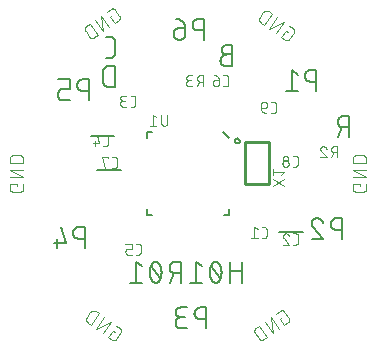
<source format=gbr>
G04 EAGLE Gerber RS-274X export*
G75*
%MOMM*%
%FSLAX34Y34*%
%LPD*%
%INSilkscreen Bottom*%
%IPPOS*%
%AMOC8*
5,1,8,0,0,1.08239X$1,22.5*%
G01*
%ADD10C,0.152400*%
%ADD11C,0.101600*%
%ADD12C,0.076200*%
%ADD13C,0.127000*%
%ADD14C,0.254000*%


D10*
X383596Y446920D02*
X378657Y446920D01*
X378517Y446918D01*
X378378Y446912D01*
X378238Y446902D01*
X378099Y446888D01*
X377960Y446871D01*
X377822Y446849D01*
X377685Y446823D01*
X377548Y446794D01*
X377412Y446761D01*
X377278Y446724D01*
X377144Y446683D01*
X377012Y446638D01*
X376880Y446589D01*
X376751Y446537D01*
X376623Y446482D01*
X376496Y446422D01*
X376371Y446359D01*
X376248Y446293D01*
X376127Y446223D01*
X376008Y446150D01*
X375891Y446073D01*
X375777Y445993D01*
X375664Y445910D01*
X375554Y445824D01*
X375447Y445734D01*
X375342Y445642D01*
X375240Y445547D01*
X375140Y445449D01*
X375043Y445348D01*
X374949Y445244D01*
X374859Y445138D01*
X374771Y445029D01*
X374686Y444918D01*
X374605Y444804D01*
X374526Y444689D01*
X374451Y444571D01*
X374380Y444451D01*
X374312Y444328D01*
X374247Y444205D01*
X374186Y444079D01*
X374128Y443951D01*
X374074Y443823D01*
X374024Y443692D01*
X373977Y443560D01*
X373934Y443427D01*
X373895Y443293D01*
X373860Y443158D01*
X373829Y443022D01*
X373801Y442884D01*
X373778Y442747D01*
X373758Y442608D01*
X373742Y442469D01*
X373730Y442330D01*
X373722Y442191D01*
X373718Y442051D01*
X373718Y441911D01*
X373722Y441771D01*
X373730Y441632D01*
X373742Y441493D01*
X373758Y441354D01*
X373778Y441215D01*
X373801Y441078D01*
X373829Y440940D01*
X373860Y440804D01*
X373895Y440669D01*
X373934Y440535D01*
X373977Y440402D01*
X374024Y440270D01*
X374074Y440139D01*
X374128Y440011D01*
X374186Y439883D01*
X374247Y439757D01*
X374312Y439634D01*
X374380Y439512D01*
X374451Y439391D01*
X374526Y439273D01*
X374605Y439158D01*
X374686Y439044D01*
X374771Y438933D01*
X374859Y438824D01*
X374949Y438718D01*
X375043Y438614D01*
X375140Y438513D01*
X375240Y438415D01*
X375342Y438320D01*
X375447Y438228D01*
X375554Y438138D01*
X375664Y438052D01*
X375777Y437969D01*
X375891Y437889D01*
X376008Y437812D01*
X376127Y437739D01*
X376248Y437669D01*
X376371Y437603D01*
X376496Y437540D01*
X376623Y437480D01*
X376751Y437425D01*
X376880Y437373D01*
X377012Y437324D01*
X377144Y437279D01*
X377278Y437238D01*
X377412Y437201D01*
X377548Y437168D01*
X377685Y437139D01*
X377822Y437113D01*
X377960Y437091D01*
X378099Y437074D01*
X378238Y437060D01*
X378378Y437050D01*
X378517Y437044D01*
X378657Y437042D01*
X378657Y437043D02*
X383596Y437043D01*
X383596Y454823D01*
X378657Y454823D01*
X378657Y454822D02*
X378533Y454820D01*
X378409Y454814D01*
X378285Y454804D01*
X378162Y454791D01*
X378039Y454773D01*
X377917Y454752D01*
X377795Y454727D01*
X377674Y454698D01*
X377555Y454665D01*
X377436Y454629D01*
X377319Y454588D01*
X377203Y454545D01*
X377088Y454497D01*
X376975Y454446D01*
X376863Y454391D01*
X376754Y454333D01*
X376646Y454272D01*
X376540Y454207D01*
X376436Y454139D01*
X376335Y454067D01*
X376235Y453993D01*
X376139Y453915D01*
X376044Y453835D01*
X375952Y453751D01*
X375863Y453665D01*
X375777Y453576D01*
X375693Y453484D01*
X375613Y453389D01*
X375535Y453293D01*
X375461Y453193D01*
X375389Y453092D01*
X375321Y452988D01*
X375256Y452882D01*
X375195Y452774D01*
X375137Y452665D01*
X375082Y452553D01*
X375031Y452440D01*
X374983Y452325D01*
X374940Y452209D01*
X374899Y452092D01*
X374863Y451973D01*
X374830Y451854D01*
X374801Y451733D01*
X374776Y451611D01*
X374755Y451489D01*
X374737Y451366D01*
X374724Y451243D01*
X374714Y451119D01*
X374708Y450995D01*
X374706Y450871D01*
X374708Y450747D01*
X374714Y450623D01*
X374724Y450499D01*
X374737Y450376D01*
X374755Y450253D01*
X374776Y450131D01*
X374801Y450009D01*
X374830Y449888D01*
X374863Y449769D01*
X374899Y449650D01*
X374940Y449533D01*
X374983Y449417D01*
X375031Y449302D01*
X375082Y449189D01*
X375137Y449077D01*
X375195Y448968D01*
X375256Y448860D01*
X375321Y448754D01*
X375389Y448650D01*
X375461Y448549D01*
X375535Y448449D01*
X375613Y448353D01*
X375693Y448258D01*
X375777Y448166D01*
X375863Y448077D01*
X375952Y447991D01*
X376044Y447907D01*
X376139Y447827D01*
X376235Y447749D01*
X376335Y447675D01*
X376436Y447603D01*
X376540Y447535D01*
X376646Y447470D01*
X376754Y447409D01*
X376863Y447351D01*
X376975Y447296D01*
X377088Y447245D01*
X377203Y447197D01*
X377319Y447154D01*
X377436Y447113D01*
X377555Y447077D01*
X377674Y447044D01*
X377795Y447015D01*
X377917Y446990D01*
X378039Y446969D01*
X378162Y446951D01*
X378285Y446938D01*
X378409Y446928D01*
X378533Y446922D01*
X378657Y446920D01*
X482922Y394990D02*
X482922Y377210D01*
X482922Y394990D02*
X477983Y394990D01*
X477843Y394988D01*
X477704Y394982D01*
X477564Y394972D01*
X477425Y394958D01*
X477286Y394941D01*
X477148Y394919D01*
X477011Y394893D01*
X476874Y394864D01*
X476738Y394831D01*
X476604Y394794D01*
X476470Y394753D01*
X476338Y394708D01*
X476206Y394659D01*
X476077Y394607D01*
X475949Y394552D01*
X475822Y394492D01*
X475697Y394429D01*
X475574Y394363D01*
X475453Y394293D01*
X475334Y394220D01*
X475217Y394143D01*
X475103Y394063D01*
X474990Y393980D01*
X474880Y393894D01*
X474773Y393804D01*
X474668Y393712D01*
X474566Y393617D01*
X474466Y393519D01*
X474369Y393418D01*
X474275Y393314D01*
X474185Y393208D01*
X474097Y393099D01*
X474012Y392988D01*
X473931Y392874D01*
X473852Y392759D01*
X473777Y392641D01*
X473706Y392521D01*
X473638Y392398D01*
X473573Y392275D01*
X473512Y392149D01*
X473454Y392021D01*
X473400Y391893D01*
X473350Y391762D01*
X473303Y391630D01*
X473260Y391497D01*
X473221Y391363D01*
X473186Y391228D01*
X473155Y391092D01*
X473127Y390954D01*
X473104Y390817D01*
X473084Y390678D01*
X473068Y390539D01*
X473056Y390400D01*
X473048Y390261D01*
X473044Y390121D01*
X473044Y389981D01*
X473048Y389841D01*
X473056Y389702D01*
X473068Y389563D01*
X473084Y389424D01*
X473104Y389285D01*
X473127Y389148D01*
X473155Y389010D01*
X473186Y388874D01*
X473221Y388739D01*
X473260Y388605D01*
X473303Y388472D01*
X473350Y388340D01*
X473400Y388209D01*
X473454Y388081D01*
X473512Y387953D01*
X473573Y387827D01*
X473638Y387704D01*
X473706Y387582D01*
X473777Y387461D01*
X473852Y387343D01*
X473931Y387228D01*
X474012Y387114D01*
X474097Y387003D01*
X474185Y386894D01*
X474275Y386788D01*
X474369Y386684D01*
X474466Y386583D01*
X474566Y386485D01*
X474668Y386390D01*
X474773Y386298D01*
X474880Y386208D01*
X474990Y386122D01*
X475103Y386039D01*
X475217Y385959D01*
X475334Y385882D01*
X475453Y385809D01*
X475574Y385739D01*
X475697Y385673D01*
X475822Y385610D01*
X475949Y385550D01*
X476077Y385495D01*
X476206Y385443D01*
X476338Y385394D01*
X476470Y385349D01*
X476604Y385308D01*
X476738Y385271D01*
X476874Y385238D01*
X477011Y385209D01*
X477148Y385183D01*
X477286Y385161D01*
X477425Y385144D01*
X477564Y385130D01*
X477704Y385120D01*
X477843Y385114D01*
X477983Y385112D01*
X477983Y385113D02*
X482922Y385113D01*
X476996Y385113D02*
X473045Y377210D01*
X284190Y419595D02*
X284190Y437375D01*
X279252Y437375D01*
X279113Y437373D01*
X278975Y437367D01*
X278837Y437358D01*
X278699Y437344D01*
X278562Y437327D01*
X278425Y437305D01*
X278288Y437280D01*
X278153Y437251D01*
X278018Y437218D01*
X277885Y437182D01*
X277752Y437142D01*
X277621Y437098D01*
X277491Y437050D01*
X277362Y436999D01*
X277235Y436944D01*
X277109Y436886D01*
X276985Y436824D01*
X276863Y436759D01*
X276743Y436690D01*
X276624Y436618D01*
X276508Y436543D01*
X276394Y436464D01*
X276282Y436382D01*
X276173Y436297D01*
X276065Y436210D01*
X275961Y436119D01*
X275859Y436025D01*
X275760Y435928D01*
X275663Y435829D01*
X275569Y435727D01*
X275478Y435623D01*
X275391Y435515D01*
X275306Y435406D01*
X275224Y435294D01*
X275145Y435180D01*
X275070Y435064D01*
X274998Y434945D01*
X274929Y434825D01*
X274864Y434703D01*
X274802Y434579D01*
X274744Y434453D01*
X274689Y434326D01*
X274638Y434197D01*
X274590Y434067D01*
X274546Y433936D01*
X274506Y433803D01*
X274470Y433670D01*
X274437Y433535D01*
X274408Y433400D01*
X274383Y433263D01*
X274361Y433126D01*
X274344Y432989D01*
X274330Y432851D01*
X274321Y432713D01*
X274315Y432575D01*
X274313Y432436D01*
X274313Y424534D01*
X274315Y424395D01*
X274321Y424257D01*
X274330Y424119D01*
X274344Y423981D01*
X274361Y423844D01*
X274383Y423707D01*
X274408Y423570D01*
X274437Y423435D01*
X274470Y423300D01*
X274506Y423167D01*
X274546Y423034D01*
X274590Y422903D01*
X274638Y422773D01*
X274689Y422644D01*
X274744Y422517D01*
X274802Y422391D01*
X274864Y422267D01*
X274929Y422145D01*
X274998Y422025D01*
X275070Y421906D01*
X275145Y421790D01*
X275224Y421676D01*
X275306Y421564D01*
X275391Y421455D01*
X275478Y421347D01*
X275569Y421243D01*
X275663Y421141D01*
X275760Y421042D01*
X275859Y420945D01*
X275961Y420851D01*
X276065Y420760D01*
X276173Y420673D01*
X276282Y420588D01*
X276394Y420506D01*
X276508Y420427D01*
X276624Y420352D01*
X276743Y420280D01*
X276863Y420211D01*
X276985Y420146D01*
X277109Y420084D01*
X277235Y420026D01*
X277362Y419971D01*
X277491Y419920D01*
X277621Y419872D01*
X277752Y419828D01*
X277885Y419788D01*
X278018Y419752D01*
X278153Y419719D01*
X278288Y419690D01*
X278425Y419665D01*
X278562Y419643D01*
X278699Y419626D01*
X278837Y419612D01*
X278975Y419603D01*
X279113Y419597D01*
X279252Y419595D01*
X284190Y419595D01*
X280521Y444203D02*
X276570Y444203D01*
X280521Y444203D02*
X280645Y444205D01*
X280769Y444211D01*
X280893Y444221D01*
X281016Y444234D01*
X281139Y444252D01*
X281261Y444273D01*
X281383Y444298D01*
X281504Y444327D01*
X281623Y444360D01*
X281742Y444396D01*
X281859Y444437D01*
X281975Y444480D01*
X282090Y444528D01*
X282203Y444579D01*
X282315Y444634D01*
X282424Y444692D01*
X282532Y444753D01*
X282638Y444818D01*
X282742Y444886D01*
X282843Y444958D01*
X282943Y445032D01*
X283039Y445110D01*
X283134Y445190D01*
X283226Y445274D01*
X283315Y445360D01*
X283401Y445449D01*
X283485Y445541D01*
X283565Y445636D01*
X283643Y445732D01*
X283717Y445832D01*
X283789Y445933D01*
X283857Y446037D01*
X283922Y446143D01*
X283983Y446251D01*
X284041Y446360D01*
X284096Y446472D01*
X284147Y446585D01*
X284195Y446700D01*
X284238Y446816D01*
X284279Y446933D01*
X284315Y447052D01*
X284348Y447171D01*
X284377Y447292D01*
X284402Y447414D01*
X284423Y447536D01*
X284441Y447659D01*
X284454Y447782D01*
X284464Y447906D01*
X284470Y448030D01*
X284472Y448154D01*
X284472Y458032D01*
X284470Y458156D01*
X284464Y458280D01*
X284454Y458404D01*
X284441Y458527D01*
X284423Y458650D01*
X284402Y458772D01*
X284377Y458894D01*
X284348Y459015D01*
X284315Y459134D01*
X284279Y459253D01*
X284238Y459370D01*
X284195Y459486D01*
X284147Y459601D01*
X284096Y459714D01*
X284041Y459826D01*
X283983Y459935D01*
X283922Y460043D01*
X283857Y460149D01*
X283789Y460253D01*
X283717Y460354D01*
X283643Y460454D01*
X283565Y460550D01*
X283485Y460645D01*
X283401Y460737D01*
X283315Y460826D01*
X283226Y460912D01*
X283134Y460996D01*
X283039Y461076D01*
X282943Y461154D01*
X282843Y461228D01*
X282742Y461300D01*
X282638Y461368D01*
X282532Y461433D01*
X282424Y461494D01*
X282315Y461552D01*
X282203Y461607D01*
X282090Y461658D01*
X281976Y461706D01*
X281859Y461749D01*
X281742Y461790D01*
X281623Y461826D01*
X281504Y461859D01*
X281383Y461888D01*
X281261Y461913D01*
X281139Y461934D01*
X281016Y461952D01*
X280893Y461965D01*
X280769Y461975D01*
X280645Y461981D01*
X280521Y461983D01*
X276570Y461983D01*
D11*
X428939Y467097D02*
X430534Y465980D01*
X428939Y467097D02*
X425216Y461780D01*
X428406Y459546D01*
X428407Y459546D02*
X428490Y459491D01*
X428574Y459439D01*
X428661Y459390D01*
X428749Y459344D01*
X428839Y459302D01*
X428931Y459263D01*
X429024Y459228D01*
X429118Y459196D01*
X429213Y459168D01*
X429310Y459144D01*
X429407Y459123D01*
X429505Y459107D01*
X429604Y459093D01*
X429703Y459084D01*
X429802Y459079D01*
X429902Y459077D01*
X430001Y459079D01*
X430100Y459085D01*
X430199Y459095D01*
X430298Y459108D01*
X430396Y459126D01*
X430493Y459147D01*
X430589Y459171D01*
X430685Y459200D01*
X430779Y459232D01*
X430872Y459267D01*
X430963Y459306D01*
X431053Y459349D01*
X431141Y459395D01*
X431227Y459444D01*
X431312Y459497D01*
X431394Y459553D01*
X431474Y459612D01*
X431552Y459674D01*
X431627Y459739D01*
X431700Y459806D01*
X431770Y459877D01*
X431838Y459950D01*
X431902Y460026D01*
X431964Y460104D01*
X432023Y460184D01*
X435746Y465501D01*
X435801Y465584D01*
X435853Y465668D01*
X435902Y465755D01*
X435948Y465843D01*
X435990Y465933D01*
X436029Y466025D01*
X436064Y466118D01*
X436096Y466212D01*
X436124Y466307D01*
X436148Y466404D01*
X436169Y466501D01*
X436185Y466599D01*
X436199Y466698D01*
X436208Y466797D01*
X436213Y466896D01*
X436215Y466996D01*
X436213Y467095D01*
X436207Y467194D01*
X436197Y467293D01*
X436184Y467392D01*
X436166Y467490D01*
X436145Y467587D01*
X436121Y467683D01*
X436092Y467779D01*
X436060Y467873D01*
X436025Y467966D01*
X435986Y468057D01*
X435943Y468147D01*
X435897Y468235D01*
X435848Y468321D01*
X435795Y468406D01*
X435739Y468488D01*
X435680Y468568D01*
X435618Y468646D01*
X435553Y468721D01*
X435486Y468794D01*
X435415Y468864D01*
X435342Y468932D01*
X435266Y468996D01*
X435188Y469058D01*
X435108Y469117D01*
X431918Y471351D01*
X427248Y474621D02*
X420546Y465050D01*
X415229Y468773D02*
X427248Y474621D01*
X421931Y478344D02*
X415229Y468773D01*
X410559Y472043D02*
X417261Y481614D01*
X414602Y483475D01*
X414603Y483476D02*
X414509Y483539D01*
X414413Y483599D01*
X414315Y483656D01*
X414215Y483709D01*
X414113Y483759D01*
X414009Y483805D01*
X413904Y483847D01*
X413798Y483886D01*
X413690Y483921D01*
X413581Y483952D01*
X413471Y483980D01*
X413360Y484003D01*
X413249Y484023D01*
X413137Y484039D01*
X413024Y484051D01*
X412911Y484059D01*
X412798Y484063D01*
X412684Y484063D01*
X412571Y484059D01*
X412458Y484051D01*
X412345Y484039D01*
X412233Y484023D01*
X412122Y484003D01*
X412011Y483980D01*
X411901Y483952D01*
X411792Y483921D01*
X411684Y483886D01*
X411578Y483847D01*
X411473Y483805D01*
X411369Y483759D01*
X411267Y483709D01*
X411167Y483656D01*
X411069Y483599D01*
X410973Y483539D01*
X410879Y483476D01*
X410788Y483409D01*
X410698Y483340D01*
X410611Y483267D01*
X410527Y483191D01*
X410446Y483112D01*
X410367Y483031D01*
X410291Y482947D01*
X410218Y482860D01*
X410149Y482771D01*
X410082Y482679D01*
X410082Y482678D02*
X407104Y478424D01*
X407103Y478425D02*
X407040Y478331D01*
X406980Y478235D01*
X406923Y478137D01*
X406870Y478037D01*
X406820Y477935D01*
X406774Y477831D01*
X406732Y477726D01*
X406693Y477620D01*
X406658Y477512D01*
X406627Y477403D01*
X406599Y477293D01*
X406576Y477182D01*
X406556Y477071D01*
X406540Y476959D01*
X406528Y476846D01*
X406520Y476733D01*
X406516Y476620D01*
X406516Y476506D01*
X406520Y476393D01*
X406528Y476280D01*
X406540Y476167D01*
X406556Y476055D01*
X406576Y475944D01*
X406599Y475833D01*
X406627Y475723D01*
X406658Y475614D01*
X406693Y475506D01*
X406732Y475400D01*
X406774Y475295D01*
X406820Y475191D01*
X406870Y475089D01*
X406923Y474989D01*
X406980Y474891D01*
X407040Y474795D01*
X407103Y474701D01*
X407170Y474609D01*
X407239Y474520D01*
X407312Y474433D01*
X407388Y474349D01*
X407467Y474268D01*
X407548Y474189D01*
X407632Y474113D01*
X407719Y474040D01*
X407809Y473971D01*
X407900Y473904D01*
X407901Y473904D02*
X410559Y472043D01*
X492049Y337254D02*
X492049Y335306D01*
X492049Y337254D02*
X485558Y337254D01*
X485558Y333359D01*
X485560Y333260D01*
X485566Y333160D01*
X485575Y333061D01*
X485588Y332963D01*
X485605Y332865D01*
X485626Y332767D01*
X485651Y332671D01*
X485679Y332576D01*
X485711Y332482D01*
X485746Y332389D01*
X485785Y332297D01*
X485828Y332207D01*
X485873Y332119D01*
X485923Y332032D01*
X485975Y331948D01*
X486031Y331865D01*
X486089Y331785D01*
X486151Y331707D01*
X486216Y331632D01*
X486284Y331559D01*
X486354Y331489D01*
X486427Y331421D01*
X486502Y331356D01*
X486580Y331294D01*
X486660Y331236D01*
X486743Y331180D01*
X486827Y331128D01*
X486914Y331078D01*
X487002Y331033D01*
X487092Y330990D01*
X487184Y330951D01*
X487277Y330916D01*
X487371Y330884D01*
X487466Y330856D01*
X487562Y330831D01*
X487660Y330810D01*
X487758Y330793D01*
X487856Y330780D01*
X487955Y330771D01*
X488055Y330765D01*
X488154Y330763D01*
X494646Y330763D01*
X494745Y330765D01*
X494845Y330771D01*
X494944Y330780D01*
X495042Y330793D01*
X495140Y330810D01*
X495238Y330831D01*
X495334Y330856D01*
X495429Y330884D01*
X495523Y330916D01*
X495616Y330951D01*
X495708Y330990D01*
X495798Y331033D01*
X495886Y331078D01*
X495973Y331128D01*
X496057Y331180D01*
X496140Y331236D01*
X496220Y331294D01*
X496298Y331356D01*
X496373Y331421D01*
X496446Y331489D01*
X496516Y331559D01*
X496584Y331632D01*
X496649Y331707D01*
X496711Y331785D01*
X496769Y331865D01*
X496825Y331948D01*
X496877Y332032D01*
X496927Y332119D01*
X496972Y332207D01*
X497015Y332297D01*
X497054Y332389D01*
X497089Y332481D01*
X497121Y332576D01*
X497149Y332671D01*
X497174Y332767D01*
X497195Y332865D01*
X497212Y332963D01*
X497225Y333061D01*
X497234Y333160D01*
X497240Y333260D01*
X497242Y333359D01*
X497242Y337254D01*
X497242Y342954D02*
X485558Y342954D01*
X485558Y349446D02*
X497242Y342954D01*
X497242Y349446D02*
X485558Y349446D01*
X485558Y355146D02*
X497242Y355146D01*
X497242Y358392D01*
X497240Y358505D01*
X497234Y358618D01*
X497224Y358731D01*
X497210Y358844D01*
X497193Y358956D01*
X497171Y359067D01*
X497146Y359177D01*
X497116Y359287D01*
X497083Y359395D01*
X497046Y359502D01*
X497006Y359608D01*
X496961Y359712D01*
X496913Y359815D01*
X496862Y359916D01*
X496807Y360015D01*
X496749Y360112D01*
X496687Y360207D01*
X496622Y360300D01*
X496554Y360390D01*
X496483Y360478D01*
X496408Y360564D01*
X496331Y360647D01*
X496251Y360727D01*
X496168Y360804D01*
X496082Y360879D01*
X495994Y360950D01*
X495904Y361018D01*
X495811Y361083D01*
X495716Y361145D01*
X495619Y361203D01*
X495520Y361258D01*
X495419Y361309D01*
X495316Y361357D01*
X495212Y361402D01*
X495106Y361442D01*
X494999Y361479D01*
X494891Y361512D01*
X494781Y361542D01*
X494671Y361567D01*
X494560Y361589D01*
X494448Y361606D01*
X494335Y361620D01*
X494222Y361630D01*
X494109Y361636D01*
X493996Y361638D01*
X488804Y361638D01*
X488691Y361636D01*
X488578Y361630D01*
X488465Y361620D01*
X488352Y361606D01*
X488240Y361589D01*
X488129Y361567D01*
X488019Y361542D01*
X487909Y361512D01*
X487801Y361479D01*
X487694Y361442D01*
X487588Y361402D01*
X487484Y361357D01*
X487381Y361309D01*
X487280Y361258D01*
X487181Y361203D01*
X487084Y361145D01*
X486989Y361083D01*
X486896Y361018D01*
X486806Y360950D01*
X486718Y360879D01*
X486632Y360804D01*
X486549Y360727D01*
X486469Y360647D01*
X486392Y360564D01*
X486317Y360478D01*
X486246Y360390D01*
X486178Y360300D01*
X486113Y360207D01*
X486051Y360112D01*
X485993Y360015D01*
X485938Y359916D01*
X485887Y359815D01*
X485839Y359712D01*
X485794Y359608D01*
X485754Y359502D01*
X485717Y359395D01*
X485684Y359287D01*
X485654Y359177D01*
X485629Y359067D01*
X485607Y358956D01*
X485590Y358844D01*
X485576Y358731D01*
X485566Y358618D01*
X485560Y358505D01*
X485558Y358392D01*
X485558Y355146D01*
X425667Y224415D02*
X424072Y223298D01*
X427795Y217981D01*
X430986Y220215D01*
X430985Y220215D02*
X431065Y220274D01*
X431143Y220336D01*
X431219Y220400D01*
X431292Y220468D01*
X431363Y220538D01*
X431430Y220611D01*
X431495Y220686D01*
X431557Y220764D01*
X431616Y220844D01*
X431672Y220926D01*
X431725Y221011D01*
X431774Y221097D01*
X431820Y221185D01*
X431863Y221275D01*
X431902Y221366D01*
X431937Y221459D01*
X431969Y221553D01*
X431998Y221649D01*
X432022Y221745D01*
X432043Y221842D01*
X432061Y221940D01*
X432074Y222039D01*
X432084Y222138D01*
X432090Y222237D01*
X432092Y222336D01*
X432090Y222436D01*
X432085Y222535D01*
X432075Y222634D01*
X432062Y222733D01*
X432046Y222831D01*
X432025Y222928D01*
X432001Y223025D01*
X431973Y223120D01*
X431941Y223214D01*
X431906Y223307D01*
X431867Y223399D01*
X431825Y223489D01*
X431779Y223577D01*
X431730Y223664D01*
X431678Y223748D01*
X431623Y223831D01*
X427900Y229148D01*
X427841Y229228D01*
X427779Y229306D01*
X427715Y229382D01*
X427647Y229455D01*
X427577Y229526D01*
X427504Y229593D01*
X427429Y229658D01*
X427351Y229720D01*
X427271Y229779D01*
X427189Y229835D01*
X427104Y229888D01*
X427018Y229937D01*
X426930Y229983D01*
X426840Y230026D01*
X426749Y230065D01*
X426656Y230100D01*
X426562Y230132D01*
X426466Y230161D01*
X426370Y230185D01*
X426273Y230206D01*
X426175Y230224D01*
X426076Y230237D01*
X425977Y230247D01*
X425878Y230253D01*
X425779Y230255D01*
X425679Y230253D01*
X425580Y230248D01*
X425481Y230239D01*
X425382Y230225D01*
X425284Y230209D01*
X425187Y230188D01*
X425090Y230164D01*
X424995Y230136D01*
X424901Y230104D01*
X424808Y230069D01*
X424716Y230030D01*
X424626Y229988D01*
X424538Y229942D01*
X424451Y229893D01*
X424367Y229841D01*
X424284Y229786D01*
X421094Y227552D01*
X416424Y224282D02*
X423125Y214711D01*
X417808Y210988D02*
X416424Y224282D01*
X411107Y220559D02*
X417808Y210988D01*
X413138Y207718D02*
X406437Y217289D01*
X403778Y215427D01*
X403778Y215428D02*
X403687Y215361D01*
X403597Y215292D01*
X403510Y215219D01*
X403426Y215143D01*
X403345Y215064D01*
X403266Y214983D01*
X403190Y214899D01*
X403117Y214812D01*
X403048Y214723D01*
X402981Y214631D01*
X402918Y214537D01*
X402858Y214441D01*
X402801Y214343D01*
X402748Y214243D01*
X402698Y214141D01*
X402652Y214037D01*
X402610Y213932D01*
X402571Y213826D01*
X402536Y213718D01*
X402505Y213609D01*
X402477Y213499D01*
X402454Y213388D01*
X402434Y213277D01*
X402418Y213165D01*
X402406Y213052D01*
X402398Y212939D01*
X402394Y212826D01*
X402394Y212712D01*
X402398Y212599D01*
X402406Y212486D01*
X402418Y212373D01*
X402434Y212261D01*
X402454Y212150D01*
X402477Y212039D01*
X402505Y211929D01*
X402536Y211820D01*
X402571Y211712D01*
X402610Y211606D01*
X402652Y211501D01*
X402698Y211397D01*
X402748Y211295D01*
X402801Y211195D01*
X402858Y211097D01*
X402918Y211001D01*
X402981Y210907D01*
X405960Y206653D01*
X405959Y206653D02*
X406026Y206562D01*
X406095Y206472D01*
X406168Y206385D01*
X406244Y206301D01*
X406323Y206220D01*
X406404Y206141D01*
X406488Y206065D01*
X406575Y205992D01*
X406665Y205923D01*
X406756Y205856D01*
X406850Y205793D01*
X406946Y205733D01*
X407044Y205676D01*
X407144Y205623D01*
X407246Y205573D01*
X407350Y205527D01*
X407455Y205485D01*
X407561Y205446D01*
X407669Y205411D01*
X407778Y205380D01*
X407888Y205352D01*
X407999Y205329D01*
X408110Y205309D01*
X408222Y205293D01*
X408335Y205281D01*
X408448Y205273D01*
X408561Y205269D01*
X408675Y205269D01*
X408788Y205273D01*
X408901Y205281D01*
X409014Y205293D01*
X409126Y205309D01*
X409237Y205329D01*
X409348Y205352D01*
X409458Y205380D01*
X409567Y205411D01*
X409675Y205446D01*
X409781Y205485D01*
X409886Y205527D01*
X409990Y205573D01*
X410092Y205623D01*
X410192Y205676D01*
X410290Y205733D01*
X410386Y205793D01*
X410480Y205856D01*
X413138Y207718D01*
X284057Y212027D02*
X282462Y213144D01*
X278738Y207827D01*
X281929Y205593D01*
X282012Y205538D01*
X282096Y205486D01*
X282183Y205437D01*
X282271Y205391D01*
X282361Y205349D01*
X282453Y205310D01*
X282546Y205275D01*
X282640Y205243D01*
X282735Y205215D01*
X282832Y205191D01*
X282929Y205170D01*
X283027Y205154D01*
X283126Y205140D01*
X283225Y205131D01*
X283324Y205126D01*
X283424Y205124D01*
X283523Y205126D01*
X283622Y205132D01*
X283721Y205142D01*
X283820Y205155D01*
X283918Y205173D01*
X284015Y205194D01*
X284111Y205218D01*
X284207Y205247D01*
X284301Y205279D01*
X284394Y205314D01*
X284485Y205353D01*
X284575Y205396D01*
X284663Y205442D01*
X284749Y205491D01*
X284834Y205544D01*
X284916Y205600D01*
X284996Y205659D01*
X285074Y205721D01*
X285149Y205786D01*
X285222Y205853D01*
X285292Y205924D01*
X285360Y205997D01*
X285424Y206073D01*
X285486Y206151D01*
X285545Y206231D01*
X289268Y211548D01*
X289323Y211631D01*
X289375Y211715D01*
X289424Y211802D01*
X289470Y211890D01*
X289512Y211980D01*
X289551Y212072D01*
X289586Y212165D01*
X289618Y212259D01*
X289646Y212354D01*
X289670Y212451D01*
X289691Y212548D01*
X289707Y212646D01*
X289721Y212745D01*
X289730Y212844D01*
X289735Y212943D01*
X289737Y213043D01*
X289735Y213142D01*
X289729Y213241D01*
X289719Y213340D01*
X289706Y213439D01*
X289688Y213537D01*
X289667Y213634D01*
X289643Y213730D01*
X289614Y213826D01*
X289582Y213920D01*
X289547Y214013D01*
X289508Y214104D01*
X289465Y214194D01*
X289419Y214282D01*
X289370Y214368D01*
X289317Y214453D01*
X289261Y214535D01*
X289202Y214615D01*
X289140Y214693D01*
X289075Y214768D01*
X289008Y214841D01*
X288937Y214911D01*
X288864Y214979D01*
X288788Y215043D01*
X288710Y215105D01*
X288630Y215164D01*
X285440Y217398D01*
X280770Y220668D02*
X274069Y211097D01*
X268751Y214820D02*
X280770Y220668D01*
X275453Y224391D02*
X268751Y214820D01*
X264082Y218090D02*
X270783Y227661D01*
X268125Y229523D01*
X268031Y229586D01*
X267935Y229646D01*
X267837Y229703D01*
X267737Y229756D01*
X267635Y229806D01*
X267531Y229852D01*
X267426Y229894D01*
X267320Y229933D01*
X267212Y229968D01*
X267103Y229999D01*
X266993Y230027D01*
X266882Y230050D01*
X266771Y230070D01*
X266659Y230086D01*
X266546Y230098D01*
X266433Y230106D01*
X266320Y230110D01*
X266206Y230110D01*
X266093Y230106D01*
X265980Y230098D01*
X265867Y230086D01*
X265755Y230070D01*
X265644Y230050D01*
X265533Y230027D01*
X265423Y229999D01*
X265314Y229968D01*
X265206Y229933D01*
X265100Y229894D01*
X264995Y229852D01*
X264891Y229806D01*
X264789Y229756D01*
X264689Y229703D01*
X264591Y229646D01*
X264495Y229586D01*
X264401Y229523D01*
X264310Y229456D01*
X264220Y229387D01*
X264133Y229314D01*
X264049Y229238D01*
X263968Y229159D01*
X263889Y229078D01*
X263813Y228994D01*
X263740Y228907D01*
X263671Y228818D01*
X263604Y228726D01*
X260626Y224472D01*
X260563Y224378D01*
X260503Y224282D01*
X260446Y224184D01*
X260393Y224084D01*
X260343Y223982D01*
X260297Y223878D01*
X260255Y223773D01*
X260216Y223667D01*
X260181Y223559D01*
X260150Y223450D01*
X260122Y223340D01*
X260099Y223229D01*
X260079Y223118D01*
X260063Y223006D01*
X260051Y222893D01*
X260043Y222780D01*
X260039Y222667D01*
X260039Y222553D01*
X260043Y222440D01*
X260051Y222327D01*
X260063Y222214D01*
X260079Y222102D01*
X260099Y221991D01*
X260122Y221880D01*
X260150Y221770D01*
X260181Y221661D01*
X260216Y221553D01*
X260255Y221447D01*
X260297Y221342D01*
X260343Y221238D01*
X260393Y221136D01*
X260446Y221036D01*
X260503Y220938D01*
X260563Y220842D01*
X260626Y220748D01*
X260693Y220656D01*
X260762Y220567D01*
X260835Y220480D01*
X260911Y220396D01*
X260990Y220315D01*
X261071Y220236D01*
X261155Y220160D01*
X261242Y220087D01*
X261332Y220018D01*
X261423Y219951D01*
X261423Y219952D02*
X264082Y218090D01*
X201649Y335306D02*
X201649Y337254D01*
X195158Y337254D01*
X195158Y333359D01*
X195160Y333260D01*
X195166Y333160D01*
X195175Y333061D01*
X195188Y332963D01*
X195205Y332865D01*
X195226Y332767D01*
X195251Y332671D01*
X195279Y332576D01*
X195311Y332482D01*
X195346Y332389D01*
X195385Y332297D01*
X195428Y332207D01*
X195473Y332119D01*
X195523Y332032D01*
X195575Y331948D01*
X195631Y331865D01*
X195689Y331785D01*
X195751Y331707D01*
X195816Y331632D01*
X195884Y331559D01*
X195954Y331489D01*
X196027Y331421D01*
X196102Y331356D01*
X196180Y331294D01*
X196260Y331236D01*
X196343Y331180D01*
X196427Y331128D01*
X196514Y331078D01*
X196602Y331033D01*
X196692Y330990D01*
X196784Y330951D01*
X196877Y330916D01*
X196971Y330884D01*
X197066Y330856D01*
X197162Y330831D01*
X197260Y330810D01*
X197358Y330793D01*
X197456Y330780D01*
X197555Y330771D01*
X197655Y330765D01*
X197754Y330763D01*
X204246Y330763D01*
X204345Y330765D01*
X204445Y330771D01*
X204544Y330780D01*
X204642Y330793D01*
X204740Y330810D01*
X204838Y330831D01*
X204934Y330856D01*
X205029Y330884D01*
X205123Y330916D01*
X205216Y330951D01*
X205308Y330990D01*
X205398Y331033D01*
X205486Y331078D01*
X205573Y331128D01*
X205657Y331180D01*
X205740Y331236D01*
X205820Y331294D01*
X205898Y331356D01*
X205973Y331421D01*
X206046Y331489D01*
X206116Y331559D01*
X206184Y331632D01*
X206249Y331707D01*
X206311Y331785D01*
X206369Y331865D01*
X206425Y331948D01*
X206477Y332032D01*
X206527Y332119D01*
X206572Y332207D01*
X206615Y332297D01*
X206654Y332389D01*
X206689Y332481D01*
X206721Y332576D01*
X206749Y332671D01*
X206774Y332767D01*
X206795Y332865D01*
X206812Y332963D01*
X206825Y333061D01*
X206834Y333160D01*
X206840Y333260D01*
X206842Y333359D01*
X206842Y337254D01*
X206842Y342954D02*
X195158Y342954D01*
X195158Y349446D02*
X206842Y342954D01*
X206842Y349446D02*
X195158Y349446D01*
X195158Y355146D02*
X206842Y355146D01*
X206842Y358392D01*
X206840Y358505D01*
X206834Y358618D01*
X206824Y358731D01*
X206810Y358844D01*
X206793Y358956D01*
X206771Y359067D01*
X206746Y359177D01*
X206716Y359287D01*
X206683Y359395D01*
X206646Y359502D01*
X206606Y359608D01*
X206561Y359712D01*
X206513Y359815D01*
X206462Y359916D01*
X206407Y360015D01*
X206349Y360112D01*
X206287Y360207D01*
X206222Y360300D01*
X206154Y360390D01*
X206083Y360478D01*
X206008Y360564D01*
X205931Y360647D01*
X205851Y360727D01*
X205768Y360804D01*
X205682Y360879D01*
X205594Y360950D01*
X205504Y361018D01*
X205411Y361083D01*
X205316Y361145D01*
X205219Y361203D01*
X205120Y361258D01*
X205019Y361309D01*
X204916Y361357D01*
X204812Y361402D01*
X204706Y361442D01*
X204599Y361479D01*
X204491Y361512D01*
X204381Y361542D01*
X204271Y361567D01*
X204160Y361589D01*
X204048Y361606D01*
X203935Y361620D01*
X203822Y361630D01*
X203709Y361636D01*
X203596Y361638D01*
X198404Y361638D01*
X198291Y361636D01*
X198178Y361630D01*
X198065Y361620D01*
X197952Y361606D01*
X197840Y361589D01*
X197729Y361567D01*
X197619Y361542D01*
X197509Y361512D01*
X197401Y361479D01*
X197294Y361442D01*
X197188Y361402D01*
X197084Y361357D01*
X196981Y361309D01*
X196880Y361258D01*
X196781Y361203D01*
X196684Y361145D01*
X196589Y361083D01*
X196496Y361018D01*
X196406Y360950D01*
X196318Y360879D01*
X196232Y360804D01*
X196149Y360727D01*
X196069Y360647D01*
X195992Y360564D01*
X195917Y360478D01*
X195846Y360390D01*
X195778Y360300D01*
X195713Y360207D01*
X195651Y360112D01*
X195593Y360015D01*
X195538Y359916D01*
X195487Y359815D01*
X195439Y359712D01*
X195394Y359608D01*
X195354Y359502D01*
X195317Y359395D01*
X195284Y359287D01*
X195254Y359177D01*
X195229Y359067D01*
X195207Y358956D01*
X195190Y358844D01*
X195176Y358731D01*
X195166Y358618D01*
X195160Y358505D01*
X195158Y358392D01*
X195158Y355146D01*
X280556Y478904D02*
X282151Y480021D01*
X280556Y478904D02*
X284279Y473587D01*
X287470Y475821D01*
X287469Y475821D02*
X287549Y475880D01*
X287627Y475942D01*
X287703Y476006D01*
X287776Y476074D01*
X287847Y476144D01*
X287914Y476217D01*
X287979Y476292D01*
X288041Y476370D01*
X288100Y476450D01*
X288156Y476532D01*
X288209Y476617D01*
X288258Y476703D01*
X288304Y476791D01*
X288347Y476881D01*
X288386Y476972D01*
X288421Y477065D01*
X288453Y477159D01*
X288482Y477255D01*
X288506Y477351D01*
X288527Y477448D01*
X288545Y477546D01*
X288558Y477645D01*
X288568Y477744D01*
X288574Y477843D01*
X288576Y477942D01*
X288574Y478042D01*
X288569Y478141D01*
X288559Y478240D01*
X288546Y478339D01*
X288530Y478437D01*
X288509Y478534D01*
X288485Y478631D01*
X288457Y478726D01*
X288425Y478820D01*
X288390Y478913D01*
X288351Y479005D01*
X288309Y479095D01*
X288263Y479183D01*
X288214Y479270D01*
X288162Y479354D01*
X288107Y479437D01*
X284384Y484754D01*
X284325Y484834D01*
X284263Y484912D01*
X284199Y484988D01*
X284131Y485061D01*
X284061Y485132D01*
X283988Y485199D01*
X283913Y485264D01*
X283835Y485326D01*
X283755Y485385D01*
X283673Y485441D01*
X283588Y485494D01*
X283502Y485543D01*
X283414Y485589D01*
X283324Y485632D01*
X283233Y485671D01*
X283140Y485706D01*
X283046Y485738D01*
X282950Y485767D01*
X282854Y485791D01*
X282757Y485812D01*
X282659Y485830D01*
X282560Y485843D01*
X282461Y485853D01*
X282362Y485859D01*
X282263Y485861D01*
X282163Y485859D01*
X282064Y485854D01*
X281965Y485845D01*
X281866Y485831D01*
X281768Y485815D01*
X281671Y485794D01*
X281574Y485770D01*
X281479Y485742D01*
X281385Y485710D01*
X281292Y485675D01*
X281200Y485636D01*
X281110Y485594D01*
X281022Y485548D01*
X280935Y485499D01*
X280851Y485447D01*
X280768Y485392D01*
X277578Y483158D01*
X272908Y479888D02*
X279609Y470317D01*
X274292Y466594D02*
X272908Y479888D01*
X267591Y476165D02*
X274292Y466594D01*
X269622Y463324D02*
X262921Y472895D01*
X260262Y471033D01*
X260262Y471034D02*
X260171Y470967D01*
X260081Y470898D01*
X259994Y470825D01*
X259910Y470749D01*
X259829Y470670D01*
X259750Y470589D01*
X259674Y470505D01*
X259601Y470418D01*
X259532Y470329D01*
X259465Y470237D01*
X259402Y470143D01*
X259342Y470047D01*
X259285Y469949D01*
X259232Y469849D01*
X259182Y469747D01*
X259136Y469643D01*
X259094Y469538D01*
X259055Y469432D01*
X259020Y469324D01*
X258989Y469215D01*
X258961Y469105D01*
X258938Y468994D01*
X258918Y468883D01*
X258902Y468771D01*
X258890Y468658D01*
X258882Y468545D01*
X258878Y468432D01*
X258878Y468318D01*
X258882Y468205D01*
X258890Y468092D01*
X258902Y467979D01*
X258918Y467867D01*
X258938Y467756D01*
X258961Y467645D01*
X258989Y467535D01*
X259020Y467426D01*
X259055Y467318D01*
X259094Y467212D01*
X259136Y467107D01*
X259182Y467003D01*
X259232Y466901D01*
X259285Y466801D01*
X259342Y466703D01*
X259402Y466607D01*
X259465Y466513D01*
X262444Y462259D01*
X262443Y462259D02*
X262510Y462168D01*
X262579Y462078D01*
X262652Y461991D01*
X262728Y461907D01*
X262807Y461826D01*
X262888Y461747D01*
X262972Y461671D01*
X263059Y461598D01*
X263149Y461529D01*
X263240Y461462D01*
X263334Y461399D01*
X263430Y461339D01*
X263528Y461282D01*
X263628Y461229D01*
X263730Y461179D01*
X263834Y461133D01*
X263939Y461091D01*
X264045Y461052D01*
X264153Y461017D01*
X264262Y460986D01*
X264372Y460958D01*
X264483Y460935D01*
X264594Y460915D01*
X264706Y460899D01*
X264819Y460887D01*
X264932Y460879D01*
X265045Y460875D01*
X265159Y460875D01*
X265272Y460879D01*
X265385Y460887D01*
X265498Y460899D01*
X265610Y460915D01*
X265721Y460935D01*
X265832Y460958D01*
X265942Y460986D01*
X266051Y461017D01*
X266159Y461052D01*
X266265Y461091D01*
X266370Y461133D01*
X266474Y461179D01*
X266576Y461229D01*
X266676Y461282D01*
X266774Y461339D01*
X266870Y461399D01*
X266964Y461462D01*
X269622Y463324D01*
D10*
X455024Y433907D02*
X455024Y416127D01*
X455024Y433907D02*
X450085Y433907D01*
X449945Y433905D01*
X449806Y433899D01*
X449666Y433889D01*
X449527Y433875D01*
X449388Y433858D01*
X449250Y433836D01*
X449113Y433810D01*
X448976Y433781D01*
X448840Y433748D01*
X448706Y433711D01*
X448572Y433670D01*
X448440Y433625D01*
X448308Y433576D01*
X448179Y433524D01*
X448051Y433469D01*
X447924Y433409D01*
X447799Y433346D01*
X447676Y433280D01*
X447555Y433210D01*
X447436Y433137D01*
X447319Y433060D01*
X447205Y432980D01*
X447092Y432897D01*
X446982Y432811D01*
X446875Y432721D01*
X446770Y432629D01*
X446668Y432534D01*
X446568Y432436D01*
X446471Y432335D01*
X446377Y432231D01*
X446287Y432125D01*
X446199Y432016D01*
X446114Y431905D01*
X446033Y431791D01*
X445954Y431676D01*
X445879Y431558D01*
X445808Y431438D01*
X445740Y431315D01*
X445675Y431192D01*
X445614Y431066D01*
X445556Y430938D01*
X445502Y430810D01*
X445452Y430679D01*
X445405Y430547D01*
X445362Y430414D01*
X445323Y430280D01*
X445288Y430145D01*
X445257Y430009D01*
X445229Y429871D01*
X445206Y429734D01*
X445186Y429595D01*
X445170Y429456D01*
X445158Y429317D01*
X445150Y429178D01*
X445146Y429038D01*
X445146Y428898D01*
X445150Y428758D01*
X445158Y428619D01*
X445170Y428480D01*
X445186Y428341D01*
X445206Y428202D01*
X445229Y428065D01*
X445257Y427927D01*
X445288Y427791D01*
X445323Y427656D01*
X445362Y427522D01*
X445405Y427389D01*
X445452Y427257D01*
X445502Y427126D01*
X445556Y426998D01*
X445614Y426870D01*
X445675Y426744D01*
X445740Y426621D01*
X445808Y426499D01*
X445879Y426378D01*
X445954Y426260D01*
X446033Y426145D01*
X446114Y426031D01*
X446199Y425920D01*
X446287Y425811D01*
X446377Y425705D01*
X446471Y425601D01*
X446568Y425500D01*
X446668Y425402D01*
X446770Y425307D01*
X446875Y425215D01*
X446982Y425125D01*
X447092Y425039D01*
X447205Y424956D01*
X447319Y424876D01*
X447436Y424799D01*
X447555Y424726D01*
X447676Y424656D01*
X447799Y424590D01*
X447924Y424527D01*
X448051Y424467D01*
X448179Y424412D01*
X448308Y424360D01*
X448440Y424311D01*
X448572Y424266D01*
X448706Y424225D01*
X448840Y424188D01*
X448976Y424155D01*
X449113Y424126D01*
X449250Y424100D01*
X449388Y424078D01*
X449527Y424061D01*
X449666Y424047D01*
X449806Y424037D01*
X449945Y424031D01*
X450085Y424029D01*
X455024Y424029D01*
X439029Y429956D02*
X434090Y433907D01*
X434090Y416127D01*
X429152Y416127D02*
X439029Y416127D01*
X476772Y308379D02*
X476772Y290599D01*
X476772Y308379D02*
X471833Y308379D01*
X471693Y308377D01*
X471554Y308371D01*
X471414Y308361D01*
X471275Y308347D01*
X471136Y308330D01*
X470998Y308308D01*
X470861Y308282D01*
X470724Y308253D01*
X470588Y308220D01*
X470454Y308183D01*
X470320Y308142D01*
X470188Y308097D01*
X470056Y308048D01*
X469927Y307996D01*
X469799Y307941D01*
X469672Y307881D01*
X469547Y307818D01*
X469424Y307752D01*
X469303Y307682D01*
X469184Y307609D01*
X469067Y307532D01*
X468953Y307452D01*
X468840Y307369D01*
X468730Y307283D01*
X468623Y307193D01*
X468518Y307101D01*
X468416Y307006D01*
X468316Y306908D01*
X468219Y306807D01*
X468125Y306703D01*
X468035Y306597D01*
X467947Y306488D01*
X467862Y306377D01*
X467781Y306263D01*
X467702Y306148D01*
X467627Y306030D01*
X467556Y305910D01*
X467488Y305787D01*
X467423Y305664D01*
X467362Y305538D01*
X467304Y305410D01*
X467250Y305282D01*
X467200Y305151D01*
X467153Y305019D01*
X467110Y304886D01*
X467071Y304752D01*
X467036Y304617D01*
X467005Y304481D01*
X466977Y304343D01*
X466954Y304206D01*
X466934Y304067D01*
X466918Y303928D01*
X466906Y303789D01*
X466898Y303650D01*
X466894Y303510D01*
X466894Y303370D01*
X466898Y303230D01*
X466906Y303091D01*
X466918Y302952D01*
X466934Y302813D01*
X466954Y302674D01*
X466977Y302537D01*
X467005Y302399D01*
X467036Y302263D01*
X467071Y302128D01*
X467110Y301994D01*
X467153Y301861D01*
X467200Y301729D01*
X467250Y301598D01*
X467304Y301470D01*
X467362Y301342D01*
X467423Y301216D01*
X467488Y301093D01*
X467556Y300971D01*
X467627Y300850D01*
X467702Y300732D01*
X467781Y300617D01*
X467862Y300503D01*
X467947Y300392D01*
X468035Y300283D01*
X468125Y300177D01*
X468219Y300073D01*
X468316Y299972D01*
X468416Y299874D01*
X468518Y299779D01*
X468623Y299687D01*
X468730Y299597D01*
X468840Y299511D01*
X468953Y299428D01*
X469067Y299348D01*
X469184Y299271D01*
X469303Y299198D01*
X469424Y299128D01*
X469547Y299062D01*
X469672Y298999D01*
X469799Y298939D01*
X469927Y298884D01*
X470056Y298832D01*
X470188Y298783D01*
X470320Y298738D01*
X470454Y298697D01*
X470588Y298660D01*
X470724Y298627D01*
X470861Y298598D01*
X470998Y298572D01*
X471136Y298550D01*
X471275Y298533D01*
X471414Y298519D01*
X471554Y298509D01*
X471693Y298503D01*
X471833Y298501D01*
X476772Y298501D01*
X455344Y308379D02*
X455212Y308377D01*
X455081Y308371D01*
X454949Y308361D01*
X454818Y308348D01*
X454688Y308330D01*
X454558Y308309D01*
X454428Y308284D01*
X454300Y308255D01*
X454172Y308222D01*
X454046Y308185D01*
X453920Y308145D01*
X453796Y308101D01*
X453673Y308053D01*
X453552Y308002D01*
X453432Y307947D01*
X453314Y307889D01*
X453198Y307827D01*
X453084Y307761D01*
X452971Y307693D01*
X452861Y307621D01*
X452753Y307546D01*
X452647Y307467D01*
X452543Y307386D01*
X452442Y307301D01*
X452344Y307214D01*
X452248Y307123D01*
X452155Y307030D01*
X452064Y306934D01*
X451977Y306836D01*
X451892Y306735D01*
X451811Y306631D01*
X451732Y306525D01*
X451657Y306417D01*
X451585Y306307D01*
X451517Y306194D01*
X451451Y306080D01*
X451389Y305964D01*
X451331Y305846D01*
X451276Y305726D01*
X451225Y305605D01*
X451177Y305482D01*
X451133Y305358D01*
X451093Y305232D01*
X451056Y305106D01*
X451023Y304978D01*
X450994Y304850D01*
X450969Y304720D01*
X450948Y304590D01*
X450930Y304460D01*
X450917Y304329D01*
X450907Y304197D01*
X450901Y304066D01*
X450899Y303934D01*
X455344Y308379D02*
X455494Y308377D01*
X455643Y308371D01*
X455792Y308361D01*
X455941Y308348D01*
X456090Y308330D01*
X456238Y308309D01*
X456386Y308283D01*
X456532Y308254D01*
X456678Y308221D01*
X456823Y308184D01*
X456967Y308143D01*
X457110Y308099D01*
X457252Y308051D01*
X457392Y307999D01*
X457531Y307944D01*
X457669Y307885D01*
X457804Y307822D01*
X457939Y307756D01*
X458071Y307686D01*
X458201Y307613D01*
X458330Y307536D01*
X458457Y307456D01*
X458581Y307373D01*
X458703Y307287D01*
X458823Y307197D01*
X458940Y307104D01*
X459055Y307009D01*
X459168Y306910D01*
X459278Y306808D01*
X459385Y306704D01*
X459489Y306597D01*
X459591Y306487D01*
X459689Y306374D01*
X459785Y306259D01*
X459877Y306141D01*
X459967Y306021D01*
X460053Y305899D01*
X460136Y305775D01*
X460216Y305648D01*
X460292Y305520D01*
X460365Y305389D01*
X460435Y305256D01*
X460501Y305122D01*
X460563Y304986D01*
X460622Y304849D01*
X460678Y304710D01*
X460729Y304569D01*
X460777Y304428D01*
X452381Y300477D02*
X452285Y300570D01*
X452193Y300666D01*
X452103Y300765D01*
X452016Y300866D01*
X451932Y300969D01*
X451850Y301074D01*
X451772Y301182D01*
X451697Y301292D01*
X451624Y301404D01*
X451555Y301518D01*
X451489Y301634D01*
X451427Y301752D01*
X451368Y301871D01*
X451312Y301992D01*
X451259Y302115D01*
X451210Y302239D01*
X451165Y302364D01*
X451122Y302491D01*
X451084Y302618D01*
X451049Y302747D01*
X451018Y302876D01*
X450990Y303007D01*
X450966Y303138D01*
X450945Y303270D01*
X450929Y303402D01*
X450916Y303535D01*
X450906Y303668D01*
X450901Y303801D01*
X450899Y303934D01*
X452381Y300477D02*
X460777Y290599D01*
X450899Y290599D01*
X361582Y232751D02*
X361582Y214971D01*
X361582Y232751D02*
X356644Y232751D01*
X356504Y232749D01*
X356365Y232743D01*
X356225Y232733D01*
X356086Y232719D01*
X355947Y232702D01*
X355809Y232680D01*
X355672Y232654D01*
X355535Y232625D01*
X355399Y232592D01*
X355265Y232555D01*
X355131Y232514D01*
X354999Y232469D01*
X354867Y232420D01*
X354738Y232368D01*
X354610Y232313D01*
X354483Y232253D01*
X354358Y232190D01*
X354235Y232124D01*
X354114Y232054D01*
X353995Y231981D01*
X353878Y231904D01*
X353764Y231824D01*
X353651Y231741D01*
X353541Y231655D01*
X353434Y231565D01*
X353329Y231473D01*
X353227Y231378D01*
X353127Y231280D01*
X353030Y231179D01*
X352936Y231075D01*
X352846Y230969D01*
X352758Y230860D01*
X352673Y230749D01*
X352592Y230635D01*
X352513Y230520D01*
X352438Y230402D01*
X352367Y230282D01*
X352299Y230159D01*
X352234Y230036D01*
X352173Y229910D01*
X352115Y229782D01*
X352061Y229654D01*
X352011Y229523D01*
X351964Y229391D01*
X351921Y229258D01*
X351882Y229124D01*
X351847Y228989D01*
X351816Y228853D01*
X351788Y228715D01*
X351765Y228578D01*
X351745Y228439D01*
X351729Y228300D01*
X351717Y228161D01*
X351709Y228022D01*
X351705Y227882D01*
X351705Y227742D01*
X351709Y227602D01*
X351717Y227463D01*
X351729Y227324D01*
X351745Y227185D01*
X351765Y227046D01*
X351788Y226909D01*
X351816Y226771D01*
X351847Y226635D01*
X351882Y226500D01*
X351921Y226366D01*
X351964Y226233D01*
X352011Y226101D01*
X352061Y225970D01*
X352115Y225842D01*
X352173Y225714D01*
X352234Y225588D01*
X352299Y225465D01*
X352367Y225342D01*
X352438Y225222D01*
X352513Y225104D01*
X352592Y224989D01*
X352673Y224875D01*
X352758Y224764D01*
X352846Y224655D01*
X352936Y224549D01*
X353030Y224445D01*
X353127Y224344D01*
X353227Y224246D01*
X353329Y224151D01*
X353434Y224059D01*
X353541Y223969D01*
X353651Y223883D01*
X353764Y223800D01*
X353878Y223720D01*
X353995Y223643D01*
X354114Y223570D01*
X354235Y223500D01*
X354358Y223434D01*
X354483Y223371D01*
X354610Y223311D01*
X354738Y223256D01*
X354867Y223204D01*
X354999Y223155D01*
X355131Y223110D01*
X355265Y223069D01*
X355399Y223032D01*
X355535Y222999D01*
X355672Y222970D01*
X355809Y222944D01*
X355947Y222922D01*
X356086Y222905D01*
X356225Y222891D01*
X356365Y222881D01*
X356504Y222875D01*
X356644Y222873D01*
X361582Y222873D01*
X345587Y214971D02*
X340649Y214971D01*
X340509Y214973D01*
X340370Y214979D01*
X340230Y214989D01*
X340091Y215003D01*
X339952Y215020D01*
X339814Y215042D01*
X339677Y215068D01*
X339540Y215097D01*
X339404Y215130D01*
X339270Y215167D01*
X339136Y215208D01*
X339004Y215253D01*
X338872Y215302D01*
X338743Y215354D01*
X338615Y215409D01*
X338488Y215469D01*
X338363Y215532D01*
X338240Y215598D01*
X338119Y215668D01*
X338000Y215741D01*
X337883Y215818D01*
X337769Y215898D01*
X337656Y215981D01*
X337546Y216067D01*
X337439Y216157D01*
X337334Y216249D01*
X337232Y216344D01*
X337132Y216442D01*
X337035Y216543D01*
X336941Y216647D01*
X336851Y216753D01*
X336763Y216862D01*
X336678Y216973D01*
X336597Y217087D01*
X336518Y217202D01*
X336443Y217320D01*
X336372Y217440D01*
X336304Y217563D01*
X336239Y217686D01*
X336178Y217812D01*
X336120Y217940D01*
X336066Y218068D01*
X336016Y218199D01*
X335969Y218331D01*
X335926Y218464D01*
X335887Y218598D01*
X335852Y218733D01*
X335821Y218869D01*
X335793Y219007D01*
X335770Y219144D01*
X335750Y219283D01*
X335734Y219422D01*
X335722Y219561D01*
X335714Y219700D01*
X335710Y219840D01*
X335710Y219980D01*
X335714Y220120D01*
X335722Y220259D01*
X335734Y220398D01*
X335750Y220537D01*
X335770Y220676D01*
X335793Y220813D01*
X335821Y220951D01*
X335852Y221087D01*
X335887Y221222D01*
X335926Y221356D01*
X335969Y221489D01*
X336016Y221621D01*
X336066Y221752D01*
X336120Y221880D01*
X336178Y222008D01*
X336239Y222134D01*
X336304Y222257D01*
X336372Y222380D01*
X336443Y222500D01*
X336518Y222618D01*
X336597Y222733D01*
X336678Y222847D01*
X336763Y222958D01*
X336851Y223067D01*
X336941Y223173D01*
X337035Y223277D01*
X337132Y223378D01*
X337232Y223476D01*
X337334Y223571D01*
X337439Y223663D01*
X337546Y223753D01*
X337656Y223839D01*
X337769Y223922D01*
X337883Y224002D01*
X338000Y224079D01*
X338119Y224152D01*
X338240Y224222D01*
X338363Y224288D01*
X338488Y224351D01*
X338615Y224411D01*
X338743Y224466D01*
X338872Y224518D01*
X339004Y224567D01*
X339136Y224612D01*
X339270Y224653D01*
X339404Y224690D01*
X339540Y224723D01*
X339677Y224752D01*
X339814Y224778D01*
X339952Y224800D01*
X340091Y224817D01*
X340230Y224831D01*
X340370Y224841D01*
X340509Y224847D01*
X340649Y224849D01*
X339661Y232751D02*
X345587Y232751D01*
X339661Y232751D02*
X339537Y232749D01*
X339413Y232743D01*
X339289Y232733D01*
X339166Y232720D01*
X339043Y232702D01*
X338921Y232681D01*
X338799Y232656D01*
X338678Y232627D01*
X338559Y232594D01*
X338440Y232558D01*
X338323Y232517D01*
X338207Y232474D01*
X338092Y232426D01*
X337979Y232375D01*
X337867Y232320D01*
X337758Y232262D01*
X337650Y232201D01*
X337544Y232136D01*
X337440Y232068D01*
X337339Y231996D01*
X337239Y231922D01*
X337143Y231844D01*
X337048Y231764D01*
X336956Y231680D01*
X336867Y231594D01*
X336781Y231505D01*
X336697Y231413D01*
X336617Y231318D01*
X336539Y231222D01*
X336465Y231122D01*
X336393Y231021D01*
X336325Y230917D01*
X336260Y230811D01*
X336199Y230703D01*
X336141Y230594D01*
X336086Y230482D01*
X336035Y230369D01*
X335987Y230254D01*
X335944Y230138D01*
X335903Y230021D01*
X335867Y229902D01*
X335834Y229783D01*
X335805Y229662D01*
X335780Y229540D01*
X335759Y229418D01*
X335741Y229295D01*
X335728Y229172D01*
X335718Y229048D01*
X335712Y228924D01*
X335710Y228800D01*
X335712Y228676D01*
X335718Y228552D01*
X335728Y228428D01*
X335741Y228305D01*
X335759Y228182D01*
X335780Y228060D01*
X335805Y227938D01*
X335834Y227817D01*
X335867Y227698D01*
X335903Y227579D01*
X335944Y227462D01*
X335987Y227346D01*
X336035Y227231D01*
X336086Y227118D01*
X336141Y227006D01*
X336199Y226897D01*
X336260Y226789D01*
X336325Y226683D01*
X336393Y226579D01*
X336465Y226478D01*
X336539Y226378D01*
X336617Y226282D01*
X336697Y226187D01*
X336781Y226095D01*
X336867Y226006D01*
X336956Y225920D01*
X337048Y225836D01*
X337143Y225756D01*
X337239Y225678D01*
X337339Y225604D01*
X337440Y225532D01*
X337544Y225464D01*
X337650Y225399D01*
X337758Y225338D01*
X337867Y225280D01*
X337979Y225225D01*
X338092Y225174D01*
X338207Y225126D01*
X338323Y225083D01*
X338440Y225042D01*
X338559Y225006D01*
X338678Y224973D01*
X338799Y224944D01*
X338921Y224919D01*
X339043Y224898D01*
X339166Y224880D01*
X339289Y224867D01*
X339413Y224857D01*
X339537Y224851D01*
X339661Y224849D01*
X343612Y224849D01*
X258615Y283108D02*
X258615Y300888D01*
X253677Y300888D01*
X253677Y300889D02*
X253537Y300887D01*
X253398Y300881D01*
X253258Y300871D01*
X253119Y300857D01*
X252980Y300840D01*
X252842Y300818D01*
X252705Y300792D01*
X252568Y300763D01*
X252432Y300730D01*
X252298Y300693D01*
X252164Y300652D01*
X252032Y300607D01*
X251900Y300558D01*
X251771Y300506D01*
X251643Y300451D01*
X251516Y300391D01*
X251391Y300328D01*
X251268Y300262D01*
X251147Y300192D01*
X251028Y300119D01*
X250911Y300042D01*
X250797Y299962D01*
X250684Y299879D01*
X250574Y299793D01*
X250467Y299703D01*
X250362Y299611D01*
X250260Y299516D01*
X250160Y299418D01*
X250063Y299317D01*
X249969Y299213D01*
X249879Y299107D01*
X249791Y298998D01*
X249706Y298887D01*
X249625Y298773D01*
X249546Y298658D01*
X249471Y298540D01*
X249400Y298420D01*
X249332Y298297D01*
X249267Y298174D01*
X249206Y298048D01*
X249148Y297920D01*
X249094Y297792D01*
X249044Y297661D01*
X248997Y297529D01*
X248954Y297396D01*
X248915Y297262D01*
X248880Y297127D01*
X248849Y296991D01*
X248821Y296853D01*
X248798Y296716D01*
X248778Y296577D01*
X248762Y296438D01*
X248750Y296299D01*
X248742Y296160D01*
X248738Y296020D01*
X248738Y295880D01*
X248742Y295740D01*
X248750Y295601D01*
X248762Y295462D01*
X248778Y295323D01*
X248798Y295184D01*
X248821Y295047D01*
X248849Y294909D01*
X248880Y294773D01*
X248915Y294638D01*
X248954Y294504D01*
X248997Y294371D01*
X249044Y294239D01*
X249094Y294108D01*
X249148Y293980D01*
X249206Y293852D01*
X249267Y293726D01*
X249332Y293603D01*
X249400Y293481D01*
X249471Y293360D01*
X249546Y293242D01*
X249625Y293127D01*
X249706Y293013D01*
X249791Y292902D01*
X249879Y292793D01*
X249969Y292687D01*
X250063Y292583D01*
X250160Y292482D01*
X250260Y292384D01*
X250362Y292289D01*
X250467Y292197D01*
X250574Y292107D01*
X250684Y292021D01*
X250797Y291938D01*
X250911Y291858D01*
X251028Y291781D01*
X251147Y291708D01*
X251268Y291638D01*
X251391Y291572D01*
X251516Y291509D01*
X251643Y291449D01*
X251771Y291394D01*
X251900Y291342D01*
X252032Y291293D01*
X252164Y291248D01*
X252298Y291207D01*
X252432Y291170D01*
X252568Y291137D01*
X252705Y291108D01*
X252842Y291082D01*
X252980Y291060D01*
X253119Y291043D01*
X253258Y291029D01*
X253398Y291019D01*
X253537Y291013D01*
X253677Y291011D01*
X258615Y291011D01*
X242620Y287060D02*
X238669Y300888D01*
X242620Y287060D02*
X232743Y287060D01*
X235706Y291011D02*
X235706Y283108D01*
X262271Y408131D02*
X262271Y425911D01*
X257332Y425911D01*
X257192Y425909D01*
X257053Y425903D01*
X256913Y425893D01*
X256774Y425879D01*
X256635Y425862D01*
X256497Y425840D01*
X256360Y425814D01*
X256223Y425785D01*
X256087Y425752D01*
X255953Y425715D01*
X255819Y425674D01*
X255687Y425629D01*
X255555Y425580D01*
X255426Y425528D01*
X255298Y425473D01*
X255171Y425413D01*
X255046Y425350D01*
X254923Y425284D01*
X254802Y425214D01*
X254683Y425141D01*
X254566Y425064D01*
X254452Y424984D01*
X254339Y424901D01*
X254229Y424815D01*
X254122Y424725D01*
X254017Y424633D01*
X253915Y424538D01*
X253815Y424440D01*
X253718Y424339D01*
X253624Y424235D01*
X253534Y424129D01*
X253446Y424020D01*
X253361Y423909D01*
X253280Y423795D01*
X253201Y423680D01*
X253126Y423562D01*
X253055Y423442D01*
X252987Y423319D01*
X252922Y423196D01*
X252861Y423070D01*
X252803Y422942D01*
X252749Y422814D01*
X252699Y422683D01*
X252652Y422551D01*
X252609Y422418D01*
X252570Y422284D01*
X252535Y422149D01*
X252504Y422013D01*
X252476Y421875D01*
X252453Y421738D01*
X252433Y421599D01*
X252417Y421460D01*
X252405Y421321D01*
X252397Y421182D01*
X252393Y421042D01*
X252393Y420902D01*
X252397Y420762D01*
X252405Y420623D01*
X252417Y420484D01*
X252433Y420345D01*
X252453Y420206D01*
X252476Y420069D01*
X252504Y419931D01*
X252535Y419795D01*
X252570Y419660D01*
X252609Y419526D01*
X252652Y419393D01*
X252699Y419261D01*
X252749Y419130D01*
X252803Y419002D01*
X252861Y418874D01*
X252922Y418748D01*
X252987Y418625D01*
X253055Y418503D01*
X253126Y418382D01*
X253201Y418264D01*
X253280Y418149D01*
X253361Y418035D01*
X253446Y417924D01*
X253534Y417815D01*
X253624Y417709D01*
X253718Y417605D01*
X253815Y417504D01*
X253915Y417406D01*
X254017Y417311D01*
X254122Y417219D01*
X254229Y417129D01*
X254339Y417043D01*
X254452Y416960D01*
X254566Y416880D01*
X254683Y416803D01*
X254802Y416730D01*
X254923Y416660D01*
X255046Y416594D01*
X255171Y416531D01*
X255298Y416471D01*
X255426Y416416D01*
X255555Y416364D01*
X255687Y416315D01*
X255819Y416270D01*
X255953Y416229D01*
X256087Y416192D01*
X256223Y416159D01*
X256360Y416130D01*
X256497Y416104D01*
X256635Y416082D01*
X256774Y416065D01*
X256913Y416051D01*
X257053Y416041D01*
X257192Y416035D01*
X257332Y416033D01*
X262271Y416033D01*
X246276Y408131D02*
X240349Y408131D01*
X240225Y408133D01*
X240101Y408139D01*
X239977Y408149D01*
X239854Y408162D01*
X239731Y408180D01*
X239609Y408201D01*
X239487Y408226D01*
X239366Y408255D01*
X239247Y408288D01*
X239128Y408324D01*
X239011Y408365D01*
X238895Y408408D01*
X238780Y408456D01*
X238667Y408507D01*
X238555Y408562D01*
X238446Y408620D01*
X238338Y408681D01*
X238232Y408746D01*
X238128Y408814D01*
X238027Y408886D01*
X237927Y408960D01*
X237831Y409038D01*
X237736Y409118D01*
X237644Y409202D01*
X237555Y409288D01*
X237469Y409377D01*
X237385Y409469D01*
X237305Y409564D01*
X237227Y409660D01*
X237153Y409760D01*
X237081Y409861D01*
X237013Y409965D01*
X236948Y410071D01*
X236887Y410179D01*
X236829Y410288D01*
X236774Y410400D01*
X236723Y410513D01*
X236675Y410628D01*
X236632Y410744D01*
X236591Y410861D01*
X236555Y410980D01*
X236522Y411099D01*
X236493Y411220D01*
X236468Y411342D01*
X236447Y411464D01*
X236429Y411587D01*
X236416Y411710D01*
X236406Y411834D01*
X236400Y411958D01*
X236398Y412082D01*
X236398Y414058D01*
X236400Y414182D01*
X236406Y414306D01*
X236416Y414430D01*
X236429Y414553D01*
X236447Y414676D01*
X236468Y414798D01*
X236493Y414920D01*
X236522Y415041D01*
X236555Y415160D01*
X236591Y415279D01*
X236632Y415396D01*
X236675Y415512D01*
X236723Y415627D01*
X236774Y415740D01*
X236829Y415852D01*
X236887Y415961D01*
X236948Y416069D01*
X237013Y416175D01*
X237081Y416279D01*
X237153Y416380D01*
X237227Y416480D01*
X237305Y416576D01*
X237385Y416671D01*
X237469Y416763D01*
X237555Y416852D01*
X237644Y416938D01*
X237736Y417022D01*
X237831Y417102D01*
X237927Y417180D01*
X238027Y417254D01*
X238128Y417326D01*
X238232Y417394D01*
X238338Y417459D01*
X238446Y417520D01*
X238555Y417578D01*
X238667Y417633D01*
X238780Y417684D01*
X238895Y417732D01*
X239011Y417775D01*
X239128Y417816D01*
X239247Y417852D01*
X239366Y417885D01*
X239487Y417914D01*
X239609Y417939D01*
X239731Y417960D01*
X239854Y417978D01*
X239977Y417991D01*
X240101Y418001D01*
X240225Y418007D01*
X240349Y418009D01*
X246276Y418009D01*
X246276Y425911D01*
X236398Y425911D01*
X360036Y459355D02*
X360036Y477135D01*
X355097Y477135D01*
X354957Y477133D01*
X354818Y477127D01*
X354678Y477117D01*
X354539Y477103D01*
X354400Y477086D01*
X354262Y477064D01*
X354125Y477038D01*
X353988Y477009D01*
X353852Y476976D01*
X353718Y476939D01*
X353584Y476898D01*
X353452Y476853D01*
X353320Y476804D01*
X353191Y476752D01*
X353063Y476697D01*
X352936Y476637D01*
X352811Y476574D01*
X352688Y476508D01*
X352567Y476438D01*
X352448Y476365D01*
X352331Y476288D01*
X352217Y476208D01*
X352104Y476125D01*
X351994Y476039D01*
X351887Y475949D01*
X351782Y475857D01*
X351680Y475762D01*
X351580Y475664D01*
X351483Y475563D01*
X351389Y475459D01*
X351299Y475353D01*
X351211Y475244D01*
X351126Y475133D01*
X351045Y475019D01*
X350966Y474904D01*
X350891Y474786D01*
X350820Y474666D01*
X350752Y474543D01*
X350687Y474420D01*
X350626Y474294D01*
X350568Y474166D01*
X350514Y474038D01*
X350464Y473907D01*
X350417Y473775D01*
X350374Y473642D01*
X350335Y473508D01*
X350300Y473373D01*
X350269Y473237D01*
X350241Y473099D01*
X350218Y472962D01*
X350198Y472823D01*
X350182Y472684D01*
X350170Y472545D01*
X350162Y472406D01*
X350158Y472266D01*
X350158Y472126D01*
X350162Y471986D01*
X350170Y471847D01*
X350182Y471708D01*
X350198Y471569D01*
X350218Y471430D01*
X350241Y471293D01*
X350269Y471155D01*
X350300Y471019D01*
X350335Y470884D01*
X350374Y470750D01*
X350417Y470617D01*
X350464Y470485D01*
X350514Y470354D01*
X350568Y470226D01*
X350626Y470098D01*
X350687Y469972D01*
X350752Y469849D01*
X350820Y469727D01*
X350891Y469606D01*
X350966Y469488D01*
X351045Y469373D01*
X351126Y469259D01*
X351211Y469148D01*
X351299Y469039D01*
X351389Y468933D01*
X351483Y468829D01*
X351580Y468728D01*
X351680Y468630D01*
X351782Y468535D01*
X351887Y468443D01*
X351994Y468353D01*
X352104Y468267D01*
X352217Y468184D01*
X352331Y468104D01*
X352448Y468027D01*
X352567Y467954D01*
X352688Y467884D01*
X352811Y467818D01*
X352936Y467755D01*
X353063Y467695D01*
X353191Y467640D01*
X353320Y467588D01*
X353452Y467539D01*
X353584Y467494D01*
X353718Y467453D01*
X353852Y467416D01*
X353988Y467383D01*
X354125Y467354D01*
X354262Y467328D01*
X354400Y467306D01*
X354539Y467289D01*
X354678Y467275D01*
X354818Y467265D01*
X354957Y467259D01*
X355097Y467257D01*
X360036Y467257D01*
X344041Y469232D02*
X338114Y469232D01*
X337990Y469230D01*
X337866Y469224D01*
X337742Y469214D01*
X337619Y469201D01*
X337496Y469183D01*
X337374Y469162D01*
X337252Y469137D01*
X337131Y469108D01*
X337012Y469075D01*
X336893Y469039D01*
X336776Y468998D01*
X336660Y468955D01*
X336545Y468907D01*
X336432Y468856D01*
X336320Y468801D01*
X336211Y468743D01*
X336103Y468682D01*
X335997Y468617D01*
X335893Y468549D01*
X335792Y468477D01*
X335692Y468403D01*
X335596Y468325D01*
X335501Y468245D01*
X335409Y468161D01*
X335320Y468075D01*
X335234Y467986D01*
X335150Y467894D01*
X335070Y467799D01*
X334992Y467703D01*
X334918Y467603D01*
X334846Y467502D01*
X334778Y467398D01*
X334713Y467292D01*
X334652Y467184D01*
X334594Y467075D01*
X334539Y466963D01*
X334488Y466850D01*
X334440Y466735D01*
X334397Y466619D01*
X334356Y466502D01*
X334320Y466383D01*
X334287Y466264D01*
X334258Y466143D01*
X334233Y466021D01*
X334212Y465899D01*
X334194Y465776D01*
X334181Y465653D01*
X334171Y465529D01*
X334165Y465405D01*
X334163Y465281D01*
X334163Y464293D01*
X334165Y464153D01*
X334171Y464014D01*
X334181Y463874D01*
X334195Y463735D01*
X334212Y463596D01*
X334234Y463458D01*
X334260Y463321D01*
X334289Y463184D01*
X334322Y463048D01*
X334359Y462914D01*
X334400Y462780D01*
X334445Y462648D01*
X334494Y462516D01*
X334546Y462387D01*
X334601Y462259D01*
X334661Y462132D01*
X334724Y462007D01*
X334790Y461884D01*
X334860Y461763D01*
X334933Y461644D01*
X335010Y461527D01*
X335090Y461413D01*
X335173Y461300D01*
X335259Y461190D01*
X335349Y461083D01*
X335441Y460978D01*
X335536Y460876D01*
X335634Y460776D01*
X335735Y460679D01*
X335839Y460585D01*
X335945Y460495D01*
X336054Y460407D01*
X336165Y460322D01*
X336279Y460241D01*
X336394Y460162D01*
X336512Y460087D01*
X336633Y460016D01*
X336755Y459948D01*
X336878Y459883D01*
X337004Y459822D01*
X337132Y459764D01*
X337260Y459710D01*
X337391Y459660D01*
X337523Y459613D01*
X337656Y459570D01*
X337790Y459531D01*
X337925Y459496D01*
X338061Y459465D01*
X338199Y459437D01*
X338336Y459414D01*
X338475Y459394D01*
X338614Y459378D01*
X338753Y459366D01*
X338892Y459358D01*
X339032Y459354D01*
X339172Y459354D01*
X339312Y459358D01*
X339451Y459366D01*
X339590Y459378D01*
X339729Y459394D01*
X339868Y459414D01*
X340005Y459437D01*
X340143Y459465D01*
X340279Y459496D01*
X340414Y459531D01*
X340548Y459570D01*
X340681Y459613D01*
X340813Y459660D01*
X340944Y459710D01*
X341072Y459764D01*
X341200Y459822D01*
X341326Y459883D01*
X341449Y459948D01*
X341572Y460016D01*
X341692Y460087D01*
X341810Y460162D01*
X341925Y460241D01*
X342039Y460322D01*
X342150Y460407D01*
X342259Y460495D01*
X342365Y460585D01*
X342469Y460679D01*
X342570Y460776D01*
X342668Y460876D01*
X342763Y460978D01*
X342855Y461083D01*
X342945Y461190D01*
X343031Y461300D01*
X343114Y461413D01*
X343194Y461527D01*
X343271Y461644D01*
X343344Y461763D01*
X343414Y461884D01*
X343480Y462007D01*
X343543Y462132D01*
X343603Y462259D01*
X343658Y462387D01*
X343710Y462516D01*
X343759Y462648D01*
X343804Y462780D01*
X343845Y462914D01*
X343882Y463048D01*
X343915Y463184D01*
X343944Y463321D01*
X343970Y463458D01*
X343992Y463596D01*
X344009Y463735D01*
X344023Y463874D01*
X344033Y464014D01*
X344039Y464153D01*
X344041Y464293D01*
X344041Y469232D01*
X344040Y469232D02*
X344038Y469426D01*
X344030Y469620D01*
X344019Y469813D01*
X344002Y470007D01*
X343981Y470199D01*
X343954Y470391D01*
X343924Y470583D01*
X343888Y470774D01*
X343848Y470963D01*
X343803Y471152D01*
X343754Y471340D01*
X343700Y471526D01*
X343641Y471711D01*
X343578Y471894D01*
X343511Y472076D01*
X343439Y472256D01*
X343362Y472434D01*
X343281Y472611D01*
X343196Y472785D01*
X343107Y472957D01*
X343013Y473127D01*
X342916Y473294D01*
X342814Y473460D01*
X342708Y473622D01*
X342599Y473782D01*
X342485Y473939D01*
X342368Y474094D01*
X342246Y474245D01*
X342121Y474393D01*
X341993Y474539D01*
X341861Y474681D01*
X341726Y474820D01*
X341587Y474955D01*
X341445Y475087D01*
X341299Y475215D01*
X341151Y475340D01*
X341000Y475461D01*
X340845Y475579D01*
X340688Y475693D01*
X340528Y475802D01*
X340366Y475908D01*
X340200Y476010D01*
X340033Y476107D01*
X339863Y476201D01*
X339691Y476290D01*
X339517Y476375D01*
X339340Y476456D01*
X339162Y476532D01*
X338982Y476604D01*
X338800Y476672D01*
X338617Y476735D01*
X338432Y476794D01*
X338246Y476848D01*
X338058Y476897D01*
X337869Y476942D01*
X337680Y476982D01*
X337489Y477018D01*
X337298Y477048D01*
X337105Y477075D01*
X336913Y477096D01*
X336719Y477113D01*
X336526Y477124D01*
X336332Y477132D01*
X336138Y477134D01*
X391935Y271574D02*
X391935Y253794D01*
X391935Y263672D02*
X382057Y263672D01*
X382057Y271574D02*
X382057Y253794D01*
X374626Y262684D02*
X374622Y263034D01*
X374609Y263383D01*
X374588Y263732D01*
X374559Y264081D01*
X374522Y264429D01*
X374476Y264776D01*
X374422Y265121D01*
X374360Y265465D01*
X374289Y265808D01*
X374210Y266149D01*
X374124Y266488D01*
X374029Y266824D01*
X373926Y267159D01*
X373815Y267490D01*
X373697Y267820D01*
X373570Y268146D01*
X373436Y268469D01*
X373294Y268788D01*
X373144Y269105D01*
X373104Y269218D01*
X373060Y269328D01*
X373012Y269438D01*
X372961Y269545D01*
X372906Y269651D01*
X372848Y269756D01*
X372786Y269858D01*
X372721Y269958D01*
X372653Y270056D01*
X372582Y270152D01*
X372507Y270245D01*
X372430Y270336D01*
X372350Y270424D01*
X372267Y270509D01*
X372181Y270592D01*
X372092Y270672D01*
X372001Y270749D01*
X371907Y270823D01*
X371811Y270894D01*
X371713Y270962D01*
X371613Y271026D01*
X371510Y271088D01*
X371406Y271145D01*
X371300Y271200D01*
X371192Y271251D01*
X371082Y271298D01*
X370971Y271342D01*
X370859Y271382D01*
X370745Y271418D01*
X370631Y271451D01*
X370515Y271480D01*
X370398Y271505D01*
X370281Y271526D01*
X370163Y271544D01*
X370044Y271557D01*
X369925Y271567D01*
X369806Y271573D01*
X369687Y271575D01*
X369687Y271574D02*
X369568Y271572D01*
X369449Y271566D01*
X369330Y271556D01*
X369211Y271543D01*
X369093Y271525D01*
X368976Y271504D01*
X368859Y271479D01*
X368743Y271450D01*
X368629Y271417D01*
X368515Y271381D01*
X368403Y271341D01*
X368292Y271297D01*
X368182Y271250D01*
X368074Y271199D01*
X367968Y271144D01*
X367864Y271087D01*
X367761Y271025D01*
X367661Y270961D01*
X367563Y270893D01*
X367467Y270822D01*
X367373Y270748D01*
X367282Y270671D01*
X367193Y270591D01*
X367108Y270508D01*
X367024Y270423D01*
X366944Y270335D01*
X366867Y270244D01*
X366792Y270151D01*
X366721Y270055D01*
X366653Y269957D01*
X366588Y269857D01*
X366526Y269755D01*
X366468Y269650D01*
X366413Y269545D01*
X366362Y269437D01*
X366314Y269327D01*
X366270Y269217D01*
X366230Y269104D01*
X366230Y269105D02*
X366080Y268788D01*
X365938Y268469D01*
X365804Y268146D01*
X365677Y267820D01*
X365559Y267490D01*
X365448Y267159D01*
X365345Y266824D01*
X365250Y266488D01*
X365164Y266149D01*
X365085Y265808D01*
X365014Y265465D01*
X364952Y265121D01*
X364898Y264776D01*
X364852Y264429D01*
X364815Y264081D01*
X364786Y263732D01*
X364765Y263383D01*
X364752Y263034D01*
X364748Y262684D01*
X374626Y262684D02*
X374622Y262334D01*
X374609Y261985D01*
X374588Y261636D01*
X374559Y261287D01*
X374522Y260939D01*
X374476Y260592D01*
X374422Y260247D01*
X374360Y259903D01*
X374289Y259560D01*
X374210Y259219D01*
X374124Y258880D01*
X374029Y258544D01*
X373926Y258209D01*
X373815Y257878D01*
X373697Y257549D01*
X373570Y257222D01*
X373436Y256899D01*
X373294Y256580D01*
X373144Y256264D01*
X373104Y256151D01*
X373060Y256041D01*
X373012Y255931D01*
X372961Y255824D01*
X372906Y255718D01*
X372848Y255613D01*
X372786Y255511D01*
X372721Y255411D01*
X372653Y255313D01*
X372582Y255217D01*
X372507Y255124D01*
X372430Y255033D01*
X372350Y254945D01*
X372267Y254860D01*
X372181Y254777D01*
X372092Y254697D01*
X372001Y254620D01*
X371907Y254546D01*
X371811Y254475D01*
X371713Y254407D01*
X371613Y254343D01*
X371510Y254281D01*
X371406Y254224D01*
X371300Y254169D01*
X371192Y254118D01*
X371082Y254071D01*
X370971Y254027D01*
X370859Y253987D01*
X370745Y253951D01*
X370631Y253918D01*
X370515Y253889D01*
X370398Y253864D01*
X370281Y253843D01*
X370163Y253825D01*
X370044Y253812D01*
X369925Y253802D01*
X369806Y253796D01*
X369687Y253794D01*
X366230Y256264D02*
X366080Y256580D01*
X365938Y256899D01*
X365804Y257222D01*
X365677Y257549D01*
X365559Y257878D01*
X365448Y258209D01*
X365345Y258544D01*
X365250Y258880D01*
X365164Y259219D01*
X365085Y259560D01*
X365014Y259903D01*
X364952Y260247D01*
X364898Y260592D01*
X364852Y260939D01*
X364815Y261287D01*
X364786Y261636D01*
X364765Y261985D01*
X364752Y262334D01*
X364748Y262684D01*
X366230Y256264D02*
X366270Y256151D01*
X366314Y256041D01*
X366362Y255931D01*
X366413Y255823D01*
X366468Y255717D01*
X366526Y255613D01*
X366588Y255511D01*
X366653Y255411D01*
X366721Y255313D01*
X366792Y255217D01*
X366867Y255124D01*
X366944Y255033D01*
X367024Y254945D01*
X367108Y254860D01*
X367193Y254777D01*
X367282Y254697D01*
X367373Y254620D01*
X367467Y254546D01*
X367563Y254475D01*
X367661Y254407D01*
X367761Y254343D01*
X367864Y254281D01*
X367968Y254223D01*
X368074Y254169D01*
X368182Y254118D01*
X368292Y254071D01*
X368403Y254027D01*
X368515Y253987D01*
X368629Y253951D01*
X368743Y253918D01*
X368859Y253889D01*
X368976Y253864D01*
X369093Y253843D01*
X369211Y253825D01*
X369330Y253812D01*
X369449Y253802D01*
X369568Y253796D01*
X369687Y253794D01*
X373638Y257745D02*
X365736Y267623D01*
X357875Y267623D02*
X352936Y271574D01*
X352936Y253794D01*
X347998Y253794D02*
X357875Y253794D01*
X340481Y253794D02*
X340481Y271574D01*
X335542Y271574D01*
X335402Y271572D01*
X335263Y271566D01*
X335123Y271556D01*
X334984Y271542D01*
X334845Y271525D01*
X334707Y271503D01*
X334570Y271477D01*
X334433Y271448D01*
X334297Y271415D01*
X334163Y271378D01*
X334029Y271337D01*
X333897Y271292D01*
X333765Y271243D01*
X333636Y271191D01*
X333508Y271136D01*
X333381Y271076D01*
X333256Y271013D01*
X333133Y270947D01*
X333012Y270877D01*
X332893Y270804D01*
X332776Y270727D01*
X332662Y270647D01*
X332549Y270564D01*
X332439Y270478D01*
X332332Y270388D01*
X332227Y270296D01*
X332125Y270201D01*
X332025Y270103D01*
X331928Y270002D01*
X331834Y269898D01*
X331744Y269792D01*
X331656Y269683D01*
X331571Y269572D01*
X331490Y269458D01*
X331411Y269343D01*
X331336Y269225D01*
X331265Y269105D01*
X331197Y268982D01*
X331132Y268859D01*
X331071Y268733D01*
X331013Y268605D01*
X330959Y268477D01*
X330909Y268346D01*
X330862Y268214D01*
X330819Y268081D01*
X330780Y267947D01*
X330745Y267812D01*
X330714Y267676D01*
X330686Y267538D01*
X330663Y267401D01*
X330643Y267262D01*
X330627Y267123D01*
X330615Y266984D01*
X330607Y266845D01*
X330603Y266705D01*
X330603Y266565D01*
X330607Y266425D01*
X330615Y266286D01*
X330627Y266147D01*
X330643Y266008D01*
X330663Y265869D01*
X330686Y265732D01*
X330714Y265594D01*
X330745Y265458D01*
X330780Y265323D01*
X330819Y265189D01*
X330862Y265056D01*
X330909Y264924D01*
X330959Y264793D01*
X331013Y264665D01*
X331071Y264537D01*
X331132Y264411D01*
X331197Y264288D01*
X331265Y264166D01*
X331336Y264045D01*
X331411Y263927D01*
X331490Y263812D01*
X331571Y263698D01*
X331656Y263587D01*
X331744Y263478D01*
X331834Y263372D01*
X331928Y263268D01*
X332025Y263167D01*
X332125Y263069D01*
X332227Y262974D01*
X332332Y262882D01*
X332439Y262792D01*
X332549Y262706D01*
X332662Y262623D01*
X332776Y262543D01*
X332893Y262466D01*
X333012Y262393D01*
X333133Y262323D01*
X333256Y262257D01*
X333381Y262194D01*
X333508Y262134D01*
X333636Y262079D01*
X333765Y262027D01*
X333897Y261978D01*
X334029Y261933D01*
X334163Y261892D01*
X334297Y261855D01*
X334433Y261822D01*
X334570Y261793D01*
X334707Y261767D01*
X334845Y261745D01*
X334984Y261728D01*
X335123Y261714D01*
X335263Y261704D01*
X335402Y261698D01*
X335542Y261696D01*
X340481Y261696D01*
X334554Y261696D02*
X330603Y253794D01*
X323816Y262684D02*
X323812Y263034D01*
X323799Y263383D01*
X323778Y263732D01*
X323749Y264081D01*
X323712Y264429D01*
X323666Y264776D01*
X323612Y265121D01*
X323550Y265465D01*
X323479Y265808D01*
X323400Y266149D01*
X323314Y266488D01*
X323219Y266824D01*
X323116Y267159D01*
X323005Y267490D01*
X322887Y267820D01*
X322760Y268146D01*
X322626Y268469D01*
X322484Y268788D01*
X322334Y269105D01*
X322294Y269218D01*
X322250Y269328D01*
X322202Y269438D01*
X322151Y269545D01*
X322096Y269651D01*
X322038Y269756D01*
X321976Y269858D01*
X321911Y269958D01*
X321843Y270056D01*
X321772Y270152D01*
X321697Y270245D01*
X321620Y270336D01*
X321540Y270424D01*
X321457Y270509D01*
X321371Y270592D01*
X321282Y270672D01*
X321191Y270749D01*
X321097Y270823D01*
X321001Y270894D01*
X320903Y270962D01*
X320803Y271026D01*
X320700Y271088D01*
X320596Y271145D01*
X320490Y271200D01*
X320382Y271251D01*
X320272Y271298D01*
X320161Y271342D01*
X320049Y271382D01*
X319935Y271418D01*
X319821Y271451D01*
X319705Y271480D01*
X319588Y271505D01*
X319471Y271526D01*
X319353Y271544D01*
X319234Y271557D01*
X319115Y271567D01*
X318996Y271573D01*
X318877Y271575D01*
X318877Y271574D02*
X318758Y271572D01*
X318639Y271566D01*
X318520Y271556D01*
X318401Y271543D01*
X318283Y271525D01*
X318166Y271504D01*
X318049Y271479D01*
X317933Y271450D01*
X317819Y271417D01*
X317705Y271381D01*
X317593Y271341D01*
X317482Y271297D01*
X317372Y271250D01*
X317264Y271199D01*
X317158Y271144D01*
X317054Y271087D01*
X316951Y271025D01*
X316851Y270961D01*
X316753Y270893D01*
X316657Y270822D01*
X316563Y270748D01*
X316472Y270671D01*
X316383Y270591D01*
X316298Y270508D01*
X316214Y270423D01*
X316134Y270335D01*
X316057Y270244D01*
X315982Y270151D01*
X315911Y270055D01*
X315843Y269957D01*
X315778Y269857D01*
X315716Y269755D01*
X315658Y269650D01*
X315603Y269545D01*
X315552Y269437D01*
X315504Y269327D01*
X315460Y269217D01*
X315420Y269104D01*
X315420Y269105D02*
X315270Y268788D01*
X315128Y268469D01*
X314994Y268146D01*
X314867Y267820D01*
X314749Y267490D01*
X314638Y267159D01*
X314535Y266824D01*
X314440Y266488D01*
X314354Y266149D01*
X314275Y265808D01*
X314204Y265465D01*
X314142Y265121D01*
X314088Y264776D01*
X314042Y264429D01*
X314005Y264081D01*
X313976Y263732D01*
X313955Y263383D01*
X313942Y263034D01*
X313938Y262684D01*
X323816Y262684D02*
X323812Y262334D01*
X323799Y261985D01*
X323778Y261636D01*
X323749Y261287D01*
X323712Y260939D01*
X323666Y260592D01*
X323612Y260247D01*
X323550Y259903D01*
X323479Y259560D01*
X323400Y259219D01*
X323314Y258880D01*
X323219Y258544D01*
X323116Y258209D01*
X323005Y257878D01*
X322887Y257549D01*
X322760Y257222D01*
X322626Y256899D01*
X322484Y256580D01*
X322334Y256264D01*
X322294Y256151D01*
X322250Y256041D01*
X322202Y255931D01*
X322151Y255824D01*
X322096Y255718D01*
X322038Y255613D01*
X321976Y255511D01*
X321911Y255411D01*
X321843Y255313D01*
X321772Y255217D01*
X321697Y255124D01*
X321620Y255033D01*
X321540Y254945D01*
X321457Y254860D01*
X321371Y254777D01*
X321282Y254697D01*
X321191Y254620D01*
X321097Y254546D01*
X321001Y254475D01*
X320903Y254407D01*
X320803Y254343D01*
X320700Y254281D01*
X320596Y254224D01*
X320490Y254169D01*
X320382Y254118D01*
X320272Y254071D01*
X320161Y254027D01*
X320049Y253987D01*
X319935Y253951D01*
X319821Y253918D01*
X319705Y253889D01*
X319588Y253864D01*
X319471Y253843D01*
X319353Y253825D01*
X319234Y253812D01*
X319115Y253802D01*
X318996Y253796D01*
X318877Y253794D01*
X315421Y256264D02*
X315271Y256580D01*
X315129Y256899D01*
X314995Y257222D01*
X314868Y257549D01*
X314750Y257878D01*
X314639Y258209D01*
X314536Y258544D01*
X314441Y258880D01*
X314355Y259219D01*
X314276Y259560D01*
X314205Y259903D01*
X314143Y260247D01*
X314089Y260592D01*
X314043Y260939D01*
X314006Y261287D01*
X313977Y261636D01*
X313956Y261985D01*
X313943Y262334D01*
X313939Y262684D01*
X315420Y256264D02*
X315460Y256151D01*
X315504Y256041D01*
X315552Y255931D01*
X315603Y255823D01*
X315658Y255717D01*
X315716Y255613D01*
X315778Y255511D01*
X315843Y255411D01*
X315911Y255313D01*
X315982Y255217D01*
X316057Y255124D01*
X316134Y255033D01*
X316214Y254945D01*
X316298Y254860D01*
X316383Y254777D01*
X316472Y254697D01*
X316563Y254620D01*
X316657Y254546D01*
X316753Y254475D01*
X316851Y254407D01*
X316951Y254343D01*
X317054Y254281D01*
X317158Y254223D01*
X317264Y254169D01*
X317372Y254118D01*
X317482Y254071D01*
X317593Y254027D01*
X317705Y253987D01*
X317819Y253951D01*
X317933Y253918D01*
X318049Y253889D01*
X318166Y253864D01*
X318283Y253843D01*
X318401Y253825D01*
X318520Y253812D01*
X318639Y253802D01*
X318758Y253796D01*
X318877Y253794D01*
X322828Y257745D02*
X314926Y267623D01*
X307066Y267623D02*
X302127Y271574D01*
X302127Y253794D01*
X307066Y253794D02*
X297188Y253794D01*
D12*
X434894Y351815D02*
X436983Y351815D01*
X437072Y351817D01*
X437160Y351823D01*
X437248Y351832D01*
X437336Y351845D01*
X437423Y351862D01*
X437509Y351882D01*
X437594Y351907D01*
X437679Y351934D01*
X437762Y351966D01*
X437843Y352000D01*
X437923Y352039D01*
X438001Y352080D01*
X438078Y352125D01*
X438152Y352173D01*
X438225Y352224D01*
X438295Y352278D01*
X438362Y352336D01*
X438428Y352396D01*
X438490Y352458D01*
X438550Y352524D01*
X438608Y352591D01*
X438662Y352661D01*
X438713Y352734D01*
X438761Y352808D01*
X438806Y352885D01*
X438847Y352963D01*
X438886Y353043D01*
X438920Y353124D01*
X438952Y353207D01*
X438979Y353292D01*
X439004Y353377D01*
X439024Y353463D01*
X439041Y353550D01*
X439054Y353638D01*
X439063Y353726D01*
X439069Y353814D01*
X439071Y353903D01*
X439071Y359124D01*
X439069Y359213D01*
X439063Y359301D01*
X439054Y359389D01*
X439041Y359477D01*
X439024Y359564D01*
X439004Y359650D01*
X438979Y359735D01*
X438952Y359820D01*
X438920Y359903D01*
X438886Y359984D01*
X438847Y360064D01*
X438806Y360142D01*
X438761Y360219D01*
X438713Y360293D01*
X438662Y360366D01*
X438608Y360436D01*
X438550Y360503D01*
X438490Y360569D01*
X438428Y360631D01*
X438362Y360691D01*
X438295Y360749D01*
X438225Y360803D01*
X438152Y360854D01*
X438078Y360902D01*
X438001Y360947D01*
X437923Y360988D01*
X437843Y361027D01*
X437762Y361061D01*
X437679Y361093D01*
X437594Y361120D01*
X437509Y361145D01*
X437423Y361165D01*
X437336Y361182D01*
X437248Y361195D01*
X437160Y361204D01*
X437072Y361210D01*
X436983Y361212D01*
X436983Y361213D02*
X434894Y361213D01*
X431426Y354425D02*
X431424Y354526D01*
X431418Y354627D01*
X431408Y354728D01*
X431395Y354828D01*
X431377Y354928D01*
X431356Y355027D01*
X431330Y355125D01*
X431301Y355222D01*
X431269Y355318D01*
X431232Y355412D01*
X431192Y355505D01*
X431148Y355597D01*
X431101Y355686D01*
X431050Y355774D01*
X430996Y355860D01*
X430939Y355943D01*
X430879Y356025D01*
X430815Y356103D01*
X430749Y356180D01*
X430679Y356253D01*
X430607Y356324D01*
X430532Y356392D01*
X430454Y356457D01*
X430374Y356519D01*
X430292Y356578D01*
X430207Y356634D01*
X430121Y356686D01*
X430032Y356735D01*
X429941Y356781D01*
X429849Y356822D01*
X429755Y356861D01*
X429660Y356895D01*
X429564Y356926D01*
X429466Y356953D01*
X429368Y356977D01*
X429268Y356996D01*
X429168Y357012D01*
X429068Y357024D01*
X428967Y357032D01*
X428866Y357036D01*
X428764Y357036D01*
X428663Y357032D01*
X428562Y357024D01*
X428462Y357012D01*
X428362Y356996D01*
X428262Y356977D01*
X428164Y356953D01*
X428066Y356926D01*
X427970Y356895D01*
X427875Y356861D01*
X427781Y356822D01*
X427689Y356781D01*
X427598Y356735D01*
X427510Y356686D01*
X427423Y356634D01*
X427338Y356578D01*
X427256Y356519D01*
X427176Y356457D01*
X427098Y356392D01*
X427023Y356324D01*
X426951Y356253D01*
X426881Y356180D01*
X426815Y356103D01*
X426751Y356025D01*
X426691Y355943D01*
X426634Y355860D01*
X426580Y355774D01*
X426529Y355686D01*
X426482Y355597D01*
X426438Y355505D01*
X426398Y355412D01*
X426361Y355318D01*
X426329Y355222D01*
X426300Y355125D01*
X426274Y355027D01*
X426253Y354928D01*
X426235Y354828D01*
X426222Y354728D01*
X426212Y354627D01*
X426206Y354526D01*
X426204Y354425D01*
X426206Y354324D01*
X426212Y354223D01*
X426222Y354122D01*
X426235Y354022D01*
X426253Y353922D01*
X426274Y353823D01*
X426300Y353725D01*
X426329Y353628D01*
X426361Y353532D01*
X426398Y353438D01*
X426438Y353345D01*
X426482Y353253D01*
X426529Y353164D01*
X426580Y353076D01*
X426634Y352990D01*
X426691Y352907D01*
X426751Y352825D01*
X426815Y352747D01*
X426881Y352670D01*
X426951Y352597D01*
X427023Y352526D01*
X427098Y352458D01*
X427176Y352393D01*
X427256Y352331D01*
X427338Y352272D01*
X427423Y352216D01*
X427510Y352164D01*
X427598Y352115D01*
X427689Y352069D01*
X427781Y352028D01*
X427875Y351989D01*
X427970Y351955D01*
X428066Y351924D01*
X428164Y351897D01*
X428262Y351873D01*
X428362Y351854D01*
X428462Y351838D01*
X428562Y351826D01*
X428663Y351818D01*
X428764Y351814D01*
X428866Y351814D01*
X428967Y351818D01*
X429068Y351826D01*
X429168Y351838D01*
X429268Y351854D01*
X429368Y351873D01*
X429466Y351897D01*
X429564Y351924D01*
X429660Y351955D01*
X429755Y351989D01*
X429849Y352028D01*
X429941Y352069D01*
X430032Y352115D01*
X430120Y352164D01*
X430207Y352216D01*
X430292Y352272D01*
X430374Y352331D01*
X430454Y352393D01*
X430532Y352458D01*
X430607Y352526D01*
X430679Y352597D01*
X430749Y352670D01*
X430815Y352747D01*
X430879Y352825D01*
X430939Y352907D01*
X430996Y352990D01*
X431050Y353076D01*
X431101Y353164D01*
X431148Y353253D01*
X431192Y353345D01*
X431232Y353438D01*
X431269Y353532D01*
X431301Y353628D01*
X431330Y353725D01*
X431356Y353823D01*
X431377Y353922D01*
X431395Y354022D01*
X431408Y354122D01*
X431418Y354223D01*
X431424Y354324D01*
X431426Y354425D01*
X430903Y359124D02*
X430901Y359214D01*
X430895Y359303D01*
X430886Y359393D01*
X430872Y359482D01*
X430855Y359570D01*
X430834Y359657D01*
X430809Y359744D01*
X430780Y359829D01*
X430748Y359913D01*
X430713Y359995D01*
X430673Y360076D01*
X430631Y360155D01*
X430585Y360232D01*
X430535Y360307D01*
X430483Y360380D01*
X430427Y360451D01*
X430369Y360519D01*
X430307Y360584D01*
X430243Y360647D01*
X430176Y360707D01*
X430107Y360764D01*
X430035Y360818D01*
X429961Y360869D01*
X429885Y360917D01*
X429807Y360961D01*
X429727Y361002D01*
X429645Y361040D01*
X429562Y361074D01*
X429477Y361104D01*
X429391Y361131D01*
X429305Y361154D01*
X429217Y361173D01*
X429128Y361188D01*
X429039Y361200D01*
X428950Y361208D01*
X428860Y361212D01*
X428770Y361212D01*
X428680Y361208D01*
X428591Y361200D01*
X428502Y361188D01*
X428413Y361173D01*
X428325Y361154D01*
X428239Y361131D01*
X428153Y361104D01*
X428068Y361074D01*
X427985Y361040D01*
X427903Y361002D01*
X427823Y360961D01*
X427745Y360917D01*
X427669Y360869D01*
X427595Y360818D01*
X427523Y360764D01*
X427454Y360707D01*
X427387Y360647D01*
X427323Y360584D01*
X427261Y360519D01*
X427203Y360451D01*
X427147Y360380D01*
X427095Y360307D01*
X427045Y360232D01*
X426999Y360155D01*
X426957Y360076D01*
X426917Y359995D01*
X426882Y359913D01*
X426850Y359829D01*
X426821Y359744D01*
X426796Y359657D01*
X426775Y359570D01*
X426758Y359482D01*
X426744Y359393D01*
X426735Y359303D01*
X426729Y359214D01*
X426727Y359124D01*
X426729Y359034D01*
X426735Y358945D01*
X426744Y358855D01*
X426758Y358766D01*
X426775Y358678D01*
X426796Y358591D01*
X426821Y358504D01*
X426850Y358419D01*
X426882Y358335D01*
X426917Y358253D01*
X426957Y358172D01*
X426999Y358093D01*
X427045Y358016D01*
X427095Y357941D01*
X427147Y357868D01*
X427203Y357797D01*
X427261Y357729D01*
X427323Y357664D01*
X427387Y357601D01*
X427454Y357541D01*
X427523Y357484D01*
X427595Y357430D01*
X427669Y357379D01*
X427745Y357331D01*
X427823Y357287D01*
X427903Y357246D01*
X427985Y357208D01*
X428068Y357174D01*
X428153Y357144D01*
X428239Y357117D01*
X428325Y357094D01*
X428413Y357075D01*
X428502Y357060D01*
X428591Y357048D01*
X428680Y357040D01*
X428770Y357036D01*
X428860Y357036D01*
X428950Y357040D01*
X429039Y357048D01*
X429128Y357060D01*
X429217Y357075D01*
X429305Y357094D01*
X429391Y357117D01*
X429477Y357144D01*
X429562Y357174D01*
X429645Y357208D01*
X429727Y357246D01*
X429807Y357287D01*
X429885Y357331D01*
X429961Y357379D01*
X430035Y357430D01*
X430107Y357484D01*
X430176Y357541D01*
X430243Y357601D01*
X430307Y357664D01*
X430369Y357729D01*
X430427Y357797D01*
X430483Y357868D01*
X430535Y357941D01*
X430585Y358016D01*
X430631Y358093D01*
X430673Y358172D01*
X430713Y358253D01*
X430748Y358335D01*
X430780Y358419D01*
X430809Y358504D01*
X430834Y358591D01*
X430855Y358678D01*
X430872Y358766D01*
X430886Y358855D01*
X430895Y358945D01*
X430901Y359034D01*
X430903Y359124D01*
D10*
X423415Y296673D02*
X443544Y296673D01*
D12*
X437470Y286013D02*
X435382Y286013D01*
X437470Y286014D02*
X437559Y286016D01*
X437647Y286022D01*
X437735Y286031D01*
X437823Y286044D01*
X437910Y286061D01*
X437996Y286081D01*
X438081Y286106D01*
X438166Y286133D01*
X438249Y286165D01*
X438330Y286199D01*
X438410Y286238D01*
X438488Y286279D01*
X438565Y286324D01*
X438639Y286372D01*
X438712Y286423D01*
X438782Y286477D01*
X438849Y286535D01*
X438915Y286595D01*
X438977Y286657D01*
X439037Y286723D01*
X439095Y286790D01*
X439149Y286860D01*
X439200Y286933D01*
X439248Y287007D01*
X439293Y287084D01*
X439334Y287162D01*
X439373Y287242D01*
X439407Y287323D01*
X439439Y287406D01*
X439466Y287491D01*
X439491Y287576D01*
X439511Y287662D01*
X439528Y287749D01*
X439541Y287837D01*
X439550Y287925D01*
X439556Y288013D01*
X439558Y288102D01*
X439559Y288102D02*
X439559Y293323D01*
X439558Y293323D02*
X439556Y293412D01*
X439550Y293500D01*
X439541Y293588D01*
X439528Y293676D01*
X439511Y293763D01*
X439491Y293849D01*
X439466Y293934D01*
X439439Y294019D01*
X439407Y294102D01*
X439373Y294183D01*
X439334Y294263D01*
X439293Y294341D01*
X439248Y294418D01*
X439200Y294492D01*
X439149Y294565D01*
X439095Y294635D01*
X439037Y294702D01*
X438977Y294768D01*
X438915Y294830D01*
X438849Y294890D01*
X438782Y294948D01*
X438712Y295002D01*
X438639Y295053D01*
X438565Y295101D01*
X438488Y295146D01*
X438410Y295187D01*
X438330Y295226D01*
X438249Y295260D01*
X438166Y295292D01*
X438081Y295319D01*
X437996Y295344D01*
X437910Y295364D01*
X437823Y295381D01*
X437735Y295394D01*
X437647Y295403D01*
X437559Y295409D01*
X437470Y295411D01*
X435382Y295411D01*
X429041Y295412D02*
X428946Y295410D01*
X428852Y295404D01*
X428758Y295395D01*
X428664Y295382D01*
X428571Y295365D01*
X428479Y295344D01*
X428387Y295319D01*
X428297Y295291D01*
X428208Y295259D01*
X428120Y295224D01*
X428034Y295185D01*
X427949Y295143D01*
X427866Y295097D01*
X427785Y295048D01*
X427706Y294996D01*
X427629Y294941D01*
X427555Y294882D01*
X427483Y294821D01*
X427413Y294757D01*
X427346Y294690D01*
X427282Y294620D01*
X427221Y294548D01*
X427162Y294474D01*
X427107Y294397D01*
X427055Y294318D01*
X427006Y294237D01*
X426960Y294154D01*
X426918Y294069D01*
X426879Y293983D01*
X426844Y293895D01*
X426812Y293806D01*
X426784Y293716D01*
X426759Y293624D01*
X426738Y293532D01*
X426721Y293439D01*
X426708Y293345D01*
X426699Y293251D01*
X426693Y293157D01*
X426691Y293062D01*
X429041Y295411D02*
X429149Y295409D01*
X429258Y295403D01*
X429366Y295393D01*
X429473Y295380D01*
X429580Y295362D01*
X429687Y295341D01*
X429792Y295316D01*
X429897Y295287D01*
X430000Y295255D01*
X430102Y295218D01*
X430203Y295178D01*
X430302Y295135D01*
X430400Y295088D01*
X430496Y295037D01*
X430590Y294983D01*
X430682Y294926D01*
X430772Y294865D01*
X430860Y294801D01*
X430945Y294735D01*
X431028Y294665D01*
X431108Y294592D01*
X431186Y294516D01*
X431261Y294438D01*
X431333Y294357D01*
X431402Y294273D01*
X431468Y294187D01*
X431531Y294099D01*
X431590Y294008D01*
X431647Y293916D01*
X431700Y293821D01*
X431749Y293724D01*
X431795Y293626D01*
X431838Y293527D01*
X431877Y293425D01*
X431912Y293323D01*
X427475Y291234D02*
X427406Y291303D01*
X427340Y291374D01*
X427276Y291447D01*
X427215Y291523D01*
X427157Y291602D01*
X427103Y291682D01*
X427051Y291765D01*
X427003Y291849D01*
X426957Y291935D01*
X426916Y292023D01*
X426877Y292113D01*
X426842Y292204D01*
X426811Y292296D01*
X426783Y292389D01*
X426759Y292483D01*
X426739Y292578D01*
X426722Y292674D01*
X426709Y292771D01*
X426700Y292868D01*
X426694Y292965D01*
X426692Y293062D01*
X427475Y291235D02*
X431913Y286013D01*
X426692Y286013D01*
D13*
X381202Y376202D02*
X376202Y381202D01*
X311202Y311212D02*
X311202Y311202D01*
X385972Y373852D02*
X385974Y373941D01*
X385980Y374030D01*
X385990Y374119D01*
X386004Y374207D01*
X386021Y374294D01*
X386043Y374380D01*
X386069Y374466D01*
X386098Y374550D01*
X386131Y374633D01*
X386167Y374714D01*
X386208Y374794D01*
X386251Y374871D01*
X386298Y374947D01*
X386349Y375020D01*
X386402Y375091D01*
X386459Y375160D01*
X386519Y375226D01*
X386582Y375290D01*
X386647Y375350D01*
X386715Y375408D01*
X386786Y375462D01*
X386859Y375513D01*
X386934Y375561D01*
X387011Y375606D01*
X387090Y375647D01*
X387171Y375684D01*
X387253Y375718D01*
X387337Y375749D01*
X387422Y375775D01*
X387508Y375798D01*
X387595Y375816D01*
X387683Y375831D01*
X387772Y375842D01*
X387861Y375849D01*
X387950Y375852D01*
X388039Y375851D01*
X388128Y375846D01*
X388216Y375837D01*
X388305Y375824D01*
X388392Y375807D01*
X388479Y375787D01*
X388565Y375762D01*
X388649Y375734D01*
X388732Y375702D01*
X388814Y375666D01*
X388894Y375627D01*
X388972Y375584D01*
X389048Y375538D01*
X389122Y375488D01*
X389194Y375435D01*
X389263Y375379D01*
X389330Y375320D01*
X389394Y375258D01*
X389455Y375194D01*
X389514Y375126D01*
X389569Y375056D01*
X389621Y374984D01*
X389670Y374909D01*
X389715Y374833D01*
X389757Y374754D01*
X389795Y374674D01*
X389830Y374592D01*
X389861Y374508D01*
X389889Y374423D01*
X389912Y374337D01*
X389932Y374250D01*
X389948Y374163D01*
X389960Y374074D01*
X389968Y373986D01*
X389972Y373897D01*
X389972Y373807D01*
X389968Y373718D01*
X389960Y373630D01*
X389948Y373541D01*
X389932Y373454D01*
X389912Y373367D01*
X389889Y373281D01*
X389861Y373196D01*
X389830Y373112D01*
X389795Y373030D01*
X389757Y372950D01*
X389715Y372871D01*
X389670Y372795D01*
X389621Y372720D01*
X389569Y372648D01*
X389514Y372578D01*
X389455Y372510D01*
X389394Y372446D01*
X389330Y372384D01*
X389263Y372325D01*
X389194Y372269D01*
X389122Y372216D01*
X389048Y372166D01*
X388972Y372120D01*
X388894Y372077D01*
X388814Y372038D01*
X388732Y372002D01*
X388649Y371970D01*
X388565Y371942D01*
X388479Y371917D01*
X388392Y371897D01*
X388305Y371880D01*
X388216Y371867D01*
X388128Y371858D01*
X388039Y371853D01*
X387950Y371852D01*
X387861Y371855D01*
X387772Y371862D01*
X387683Y371873D01*
X387595Y371888D01*
X387508Y371906D01*
X387422Y371929D01*
X387337Y371955D01*
X387253Y371986D01*
X387171Y372020D01*
X387090Y372057D01*
X387011Y372098D01*
X386934Y372143D01*
X386859Y372191D01*
X386786Y372242D01*
X386715Y372296D01*
X386647Y372354D01*
X386582Y372414D01*
X386519Y372478D01*
X386459Y372544D01*
X386402Y372613D01*
X386349Y372684D01*
X386298Y372757D01*
X386251Y372833D01*
X386208Y372910D01*
X386167Y372990D01*
X386131Y373071D01*
X386098Y373154D01*
X386069Y373238D01*
X386043Y373324D01*
X386021Y373410D01*
X386004Y373497D01*
X385990Y373585D01*
X385980Y373674D01*
X385974Y373763D01*
X385972Y373852D01*
X311242Y381212D02*
X311242Y381222D01*
X315942Y381222D01*
X315902Y311212D02*
X311202Y311212D01*
X311242Y376522D02*
X311242Y381212D01*
X311192Y315902D02*
X311192Y311202D01*
X376522Y311202D02*
X381222Y311202D01*
X381222Y311192D02*
X381222Y315892D01*
D12*
X328727Y389162D02*
X328727Y395950D01*
X328728Y389162D02*
X328726Y389061D01*
X328720Y388960D01*
X328710Y388859D01*
X328697Y388759D01*
X328679Y388659D01*
X328658Y388560D01*
X328632Y388462D01*
X328603Y388365D01*
X328571Y388269D01*
X328534Y388175D01*
X328494Y388082D01*
X328450Y387990D01*
X328403Y387901D01*
X328352Y387813D01*
X328298Y387727D01*
X328241Y387644D01*
X328181Y387562D01*
X328117Y387484D01*
X328051Y387407D01*
X327981Y387334D01*
X327909Y387263D01*
X327834Y387195D01*
X327756Y387130D01*
X327676Y387068D01*
X327594Y387009D01*
X327509Y386953D01*
X327422Y386901D01*
X327334Y386852D01*
X327243Y386806D01*
X327151Y386765D01*
X327057Y386726D01*
X326962Y386692D01*
X326866Y386661D01*
X326768Y386634D01*
X326670Y386610D01*
X326570Y386591D01*
X326470Y386575D01*
X326370Y386563D01*
X326269Y386555D01*
X326168Y386551D01*
X326066Y386551D01*
X325965Y386555D01*
X325864Y386563D01*
X325764Y386575D01*
X325664Y386591D01*
X325564Y386610D01*
X325466Y386634D01*
X325368Y386661D01*
X325272Y386692D01*
X325177Y386726D01*
X325083Y386765D01*
X324991Y386806D01*
X324900Y386852D01*
X324812Y386901D01*
X324725Y386953D01*
X324640Y387009D01*
X324558Y387068D01*
X324478Y387130D01*
X324400Y387195D01*
X324325Y387263D01*
X324253Y387334D01*
X324183Y387407D01*
X324117Y387484D01*
X324053Y387562D01*
X323993Y387644D01*
X323936Y387727D01*
X323882Y387813D01*
X323831Y387901D01*
X323784Y387990D01*
X323740Y388082D01*
X323700Y388175D01*
X323663Y388269D01*
X323631Y388365D01*
X323602Y388462D01*
X323576Y388560D01*
X323555Y388659D01*
X323537Y388759D01*
X323524Y388859D01*
X323514Y388960D01*
X323508Y389061D01*
X323506Y389162D01*
X323506Y395950D01*
X319279Y393861D02*
X316668Y395950D01*
X316668Y386552D01*
X314058Y386552D02*
X319279Y386552D01*
D14*
X394175Y372600D02*
X394175Y337040D01*
X414495Y337040D01*
X414495Y372600D01*
X394175Y372600D01*
D12*
X417812Y335290D02*
X427210Y341555D01*
X427210Y335290D02*
X417812Y341555D01*
X425122Y344956D02*
X427210Y347566D01*
X417812Y347566D01*
X417812Y344956D02*
X417812Y350177D01*
X359011Y419821D02*
X359011Y429219D01*
X356401Y429219D01*
X356401Y429220D02*
X356300Y429218D01*
X356199Y429212D01*
X356098Y429202D01*
X355998Y429189D01*
X355898Y429171D01*
X355799Y429150D01*
X355701Y429124D01*
X355604Y429095D01*
X355508Y429063D01*
X355414Y429026D01*
X355321Y428986D01*
X355229Y428942D01*
X355140Y428895D01*
X355052Y428844D01*
X354966Y428790D01*
X354883Y428733D01*
X354801Y428673D01*
X354723Y428609D01*
X354646Y428543D01*
X354573Y428473D01*
X354502Y428401D01*
X354434Y428326D01*
X354369Y428248D01*
X354307Y428168D01*
X354248Y428086D01*
X354192Y428001D01*
X354140Y427915D01*
X354091Y427826D01*
X354045Y427735D01*
X354004Y427643D01*
X353965Y427549D01*
X353931Y427454D01*
X353900Y427358D01*
X353873Y427260D01*
X353849Y427162D01*
X353830Y427062D01*
X353814Y426962D01*
X353802Y426862D01*
X353794Y426761D01*
X353790Y426660D01*
X353790Y426558D01*
X353794Y426457D01*
X353802Y426356D01*
X353814Y426256D01*
X353830Y426156D01*
X353849Y426056D01*
X353873Y425958D01*
X353900Y425860D01*
X353931Y425764D01*
X353965Y425669D01*
X354004Y425575D01*
X354045Y425483D01*
X354091Y425392D01*
X354140Y425304D01*
X354192Y425217D01*
X354248Y425132D01*
X354307Y425050D01*
X354369Y424970D01*
X354434Y424892D01*
X354502Y424817D01*
X354573Y424745D01*
X354646Y424675D01*
X354723Y424609D01*
X354801Y424545D01*
X354883Y424485D01*
X354966Y424428D01*
X355052Y424374D01*
X355140Y424323D01*
X355229Y424276D01*
X355321Y424232D01*
X355414Y424192D01*
X355508Y424155D01*
X355604Y424123D01*
X355701Y424094D01*
X355799Y424068D01*
X355898Y424047D01*
X355998Y424029D01*
X356098Y424016D01*
X356199Y424006D01*
X356300Y424000D01*
X356401Y423998D01*
X359011Y423998D01*
X355879Y423998D02*
X353790Y419821D01*
X349924Y419821D02*
X347314Y419821D01*
X347213Y419823D01*
X347112Y419829D01*
X347011Y419839D01*
X346911Y419852D01*
X346811Y419870D01*
X346712Y419891D01*
X346614Y419917D01*
X346517Y419946D01*
X346421Y419978D01*
X346327Y420015D01*
X346234Y420055D01*
X346142Y420099D01*
X346053Y420146D01*
X345965Y420197D01*
X345879Y420251D01*
X345796Y420308D01*
X345714Y420368D01*
X345636Y420432D01*
X345559Y420498D01*
X345486Y420568D01*
X345415Y420640D01*
X345347Y420715D01*
X345282Y420793D01*
X345220Y420873D01*
X345161Y420955D01*
X345105Y421040D01*
X345053Y421127D01*
X345004Y421215D01*
X344958Y421306D01*
X344917Y421398D01*
X344878Y421492D01*
X344844Y421587D01*
X344813Y421683D01*
X344786Y421781D01*
X344762Y421879D01*
X344743Y421979D01*
X344727Y422079D01*
X344715Y422179D01*
X344707Y422280D01*
X344703Y422381D01*
X344703Y422483D01*
X344707Y422584D01*
X344715Y422685D01*
X344727Y422785D01*
X344743Y422885D01*
X344762Y422985D01*
X344786Y423083D01*
X344813Y423181D01*
X344844Y423277D01*
X344878Y423372D01*
X344917Y423466D01*
X344958Y423558D01*
X345004Y423649D01*
X345053Y423738D01*
X345105Y423824D01*
X345161Y423909D01*
X345220Y423991D01*
X345282Y424071D01*
X345347Y424149D01*
X345415Y424224D01*
X345486Y424296D01*
X345559Y424366D01*
X345636Y424432D01*
X345714Y424496D01*
X345796Y424556D01*
X345879Y424613D01*
X345965Y424667D01*
X346053Y424718D01*
X346142Y424765D01*
X346234Y424809D01*
X346327Y424849D01*
X346421Y424886D01*
X346517Y424918D01*
X346614Y424947D01*
X346712Y424973D01*
X346811Y424994D01*
X346911Y425012D01*
X347011Y425025D01*
X347112Y425035D01*
X347213Y425041D01*
X347314Y425043D01*
X346792Y429219D02*
X349924Y429219D01*
X346792Y429219D02*
X346702Y429217D01*
X346613Y429211D01*
X346523Y429202D01*
X346434Y429188D01*
X346346Y429171D01*
X346259Y429150D01*
X346172Y429125D01*
X346087Y429096D01*
X346003Y429064D01*
X345921Y429029D01*
X345840Y428989D01*
X345761Y428947D01*
X345684Y428901D01*
X345609Y428851D01*
X345536Y428799D01*
X345465Y428743D01*
X345397Y428685D01*
X345332Y428623D01*
X345269Y428559D01*
X345209Y428492D01*
X345152Y428423D01*
X345098Y428351D01*
X345047Y428277D01*
X344999Y428201D01*
X344955Y428123D01*
X344914Y428043D01*
X344876Y427961D01*
X344842Y427878D01*
X344812Y427793D01*
X344785Y427707D01*
X344762Y427621D01*
X344743Y427533D01*
X344728Y427444D01*
X344716Y427355D01*
X344708Y427266D01*
X344704Y427176D01*
X344704Y427086D01*
X344708Y426996D01*
X344716Y426907D01*
X344728Y426818D01*
X344743Y426729D01*
X344762Y426641D01*
X344785Y426555D01*
X344812Y426469D01*
X344842Y426384D01*
X344876Y426301D01*
X344914Y426219D01*
X344955Y426139D01*
X344999Y426061D01*
X345047Y425985D01*
X345098Y425911D01*
X345152Y425839D01*
X345209Y425770D01*
X345269Y425703D01*
X345332Y425639D01*
X345397Y425577D01*
X345465Y425519D01*
X345536Y425463D01*
X345609Y425411D01*
X345684Y425361D01*
X345761Y425315D01*
X345840Y425273D01*
X345921Y425233D01*
X346003Y425198D01*
X346087Y425166D01*
X346172Y425137D01*
X346259Y425112D01*
X346346Y425091D01*
X346434Y425074D01*
X346523Y425060D01*
X346613Y425051D01*
X346702Y425045D01*
X346792Y425043D01*
X346792Y425042D02*
X348880Y425042D01*
D10*
X283830Y378234D02*
X263700Y378234D01*
D12*
X274586Y369560D02*
X276674Y369560D01*
X276763Y369562D01*
X276851Y369568D01*
X276939Y369577D01*
X277027Y369590D01*
X277114Y369607D01*
X277200Y369627D01*
X277285Y369652D01*
X277370Y369679D01*
X277453Y369711D01*
X277534Y369745D01*
X277614Y369784D01*
X277692Y369825D01*
X277769Y369870D01*
X277843Y369918D01*
X277916Y369969D01*
X277986Y370023D01*
X278053Y370081D01*
X278119Y370141D01*
X278181Y370203D01*
X278241Y370269D01*
X278299Y370336D01*
X278353Y370406D01*
X278404Y370479D01*
X278452Y370553D01*
X278497Y370630D01*
X278538Y370708D01*
X278577Y370788D01*
X278611Y370869D01*
X278643Y370952D01*
X278670Y371037D01*
X278695Y371122D01*
X278715Y371208D01*
X278732Y371295D01*
X278745Y371383D01*
X278754Y371471D01*
X278760Y371559D01*
X278762Y371648D01*
X278763Y371648D02*
X278763Y376869D01*
X278762Y376869D02*
X278760Y376958D01*
X278754Y377046D01*
X278745Y377134D01*
X278732Y377222D01*
X278715Y377309D01*
X278695Y377395D01*
X278670Y377480D01*
X278643Y377565D01*
X278611Y377648D01*
X278577Y377729D01*
X278538Y377809D01*
X278497Y377887D01*
X278452Y377964D01*
X278404Y378038D01*
X278353Y378111D01*
X278299Y378181D01*
X278241Y378248D01*
X278181Y378314D01*
X278119Y378376D01*
X278053Y378436D01*
X277986Y378494D01*
X277916Y378548D01*
X277843Y378599D01*
X277769Y378647D01*
X277692Y378692D01*
X277614Y378733D01*
X277534Y378772D01*
X277453Y378806D01*
X277370Y378838D01*
X277285Y378865D01*
X277200Y378890D01*
X277114Y378910D01*
X277027Y378927D01*
X276939Y378940D01*
X276851Y378949D01*
X276763Y378955D01*
X276674Y378957D01*
X276674Y378958D02*
X274586Y378958D01*
X269029Y378958D02*
X271117Y371648D01*
X265896Y371648D01*
X267462Y373737D02*
X267462Y369560D01*
D10*
X269255Y348948D02*
X289385Y348948D01*
D12*
X283900Y350680D02*
X281812Y350680D01*
X283900Y350681D02*
X283989Y350683D01*
X284077Y350689D01*
X284165Y350698D01*
X284253Y350711D01*
X284340Y350728D01*
X284426Y350748D01*
X284511Y350773D01*
X284596Y350800D01*
X284679Y350832D01*
X284760Y350866D01*
X284840Y350905D01*
X284918Y350946D01*
X284995Y350991D01*
X285069Y351039D01*
X285142Y351090D01*
X285212Y351144D01*
X285279Y351202D01*
X285345Y351262D01*
X285407Y351324D01*
X285467Y351390D01*
X285525Y351457D01*
X285579Y351527D01*
X285630Y351600D01*
X285678Y351674D01*
X285723Y351751D01*
X285764Y351829D01*
X285803Y351909D01*
X285837Y351990D01*
X285869Y352073D01*
X285896Y352158D01*
X285921Y352243D01*
X285941Y352329D01*
X285958Y352416D01*
X285971Y352504D01*
X285980Y352592D01*
X285986Y352680D01*
X285988Y352769D01*
X285989Y352769D02*
X285989Y357990D01*
X285988Y357990D02*
X285986Y358079D01*
X285980Y358167D01*
X285971Y358255D01*
X285958Y358343D01*
X285941Y358430D01*
X285921Y358516D01*
X285896Y358601D01*
X285869Y358686D01*
X285837Y358769D01*
X285803Y358850D01*
X285764Y358930D01*
X285723Y359008D01*
X285678Y359085D01*
X285630Y359159D01*
X285579Y359232D01*
X285525Y359302D01*
X285467Y359369D01*
X285407Y359435D01*
X285345Y359497D01*
X285279Y359557D01*
X285212Y359615D01*
X285142Y359669D01*
X285069Y359720D01*
X284995Y359768D01*
X284918Y359813D01*
X284840Y359854D01*
X284760Y359893D01*
X284679Y359927D01*
X284596Y359959D01*
X284511Y359986D01*
X284426Y360011D01*
X284340Y360031D01*
X284253Y360048D01*
X284165Y360061D01*
X284077Y360070D01*
X283989Y360076D01*
X283900Y360078D01*
X281812Y360078D01*
X278343Y360078D02*
X278343Y359034D01*
X278343Y360078D02*
X273122Y360078D01*
X275733Y350680D01*
X408569Y291437D02*
X410657Y291437D01*
X410657Y291438D02*
X410746Y291440D01*
X410834Y291446D01*
X410922Y291455D01*
X411010Y291468D01*
X411097Y291485D01*
X411183Y291505D01*
X411268Y291530D01*
X411353Y291557D01*
X411436Y291589D01*
X411517Y291623D01*
X411597Y291662D01*
X411675Y291703D01*
X411752Y291748D01*
X411826Y291796D01*
X411899Y291847D01*
X411969Y291901D01*
X412036Y291959D01*
X412102Y292019D01*
X412164Y292081D01*
X412224Y292147D01*
X412282Y292214D01*
X412336Y292284D01*
X412387Y292357D01*
X412435Y292431D01*
X412480Y292508D01*
X412521Y292586D01*
X412560Y292666D01*
X412594Y292747D01*
X412626Y292830D01*
X412653Y292915D01*
X412678Y293000D01*
X412698Y293086D01*
X412715Y293173D01*
X412728Y293261D01*
X412737Y293349D01*
X412743Y293437D01*
X412745Y293526D01*
X412745Y298747D01*
X412743Y298836D01*
X412737Y298924D01*
X412728Y299012D01*
X412715Y299100D01*
X412698Y299187D01*
X412678Y299273D01*
X412653Y299358D01*
X412626Y299443D01*
X412594Y299526D01*
X412560Y299607D01*
X412521Y299687D01*
X412480Y299765D01*
X412435Y299842D01*
X412387Y299916D01*
X412336Y299989D01*
X412282Y300059D01*
X412224Y300126D01*
X412164Y300192D01*
X412102Y300254D01*
X412036Y300314D01*
X411969Y300372D01*
X411899Y300426D01*
X411826Y300477D01*
X411752Y300525D01*
X411675Y300570D01*
X411597Y300611D01*
X411517Y300650D01*
X411436Y300684D01*
X411353Y300716D01*
X411268Y300743D01*
X411183Y300768D01*
X411097Y300788D01*
X411010Y300805D01*
X410922Y300818D01*
X410834Y300827D01*
X410746Y300833D01*
X410657Y300835D01*
X408569Y300835D01*
X405100Y298747D02*
X402489Y300835D01*
X402489Y291437D01*
X399879Y291437D02*
X405100Y291437D01*
X299670Y402725D02*
X297582Y402725D01*
X299670Y402725D02*
X299759Y402727D01*
X299847Y402733D01*
X299935Y402742D01*
X300023Y402755D01*
X300110Y402772D01*
X300196Y402792D01*
X300281Y402817D01*
X300366Y402844D01*
X300449Y402876D01*
X300530Y402910D01*
X300610Y402949D01*
X300688Y402990D01*
X300765Y403035D01*
X300839Y403083D01*
X300912Y403134D01*
X300982Y403188D01*
X301049Y403246D01*
X301115Y403306D01*
X301177Y403368D01*
X301237Y403434D01*
X301295Y403501D01*
X301349Y403571D01*
X301400Y403644D01*
X301448Y403718D01*
X301493Y403795D01*
X301534Y403873D01*
X301573Y403953D01*
X301607Y404034D01*
X301639Y404117D01*
X301666Y404202D01*
X301691Y404287D01*
X301711Y404373D01*
X301728Y404460D01*
X301741Y404548D01*
X301750Y404636D01*
X301756Y404724D01*
X301758Y404813D01*
X301759Y404813D02*
X301759Y410034D01*
X301758Y410034D02*
X301756Y410123D01*
X301750Y410211D01*
X301741Y410299D01*
X301728Y410387D01*
X301711Y410474D01*
X301691Y410560D01*
X301666Y410645D01*
X301639Y410730D01*
X301607Y410813D01*
X301573Y410894D01*
X301534Y410974D01*
X301493Y411052D01*
X301448Y411129D01*
X301400Y411203D01*
X301349Y411276D01*
X301295Y411346D01*
X301237Y411413D01*
X301177Y411479D01*
X301115Y411541D01*
X301049Y411601D01*
X300982Y411659D01*
X300912Y411713D01*
X300839Y411764D01*
X300765Y411812D01*
X300688Y411857D01*
X300610Y411898D01*
X300530Y411937D01*
X300449Y411971D01*
X300366Y412003D01*
X300281Y412030D01*
X300196Y412055D01*
X300110Y412075D01*
X300023Y412092D01*
X299935Y412105D01*
X299847Y412114D01*
X299759Y412120D01*
X299670Y412122D01*
X299670Y412123D02*
X297582Y412123D01*
X294113Y402725D02*
X291503Y402725D01*
X291503Y402724D02*
X291402Y402726D01*
X291301Y402732D01*
X291200Y402742D01*
X291100Y402755D01*
X291000Y402773D01*
X290901Y402794D01*
X290803Y402820D01*
X290706Y402849D01*
X290610Y402881D01*
X290516Y402918D01*
X290423Y402958D01*
X290331Y403002D01*
X290242Y403049D01*
X290154Y403100D01*
X290068Y403154D01*
X289985Y403211D01*
X289903Y403271D01*
X289825Y403335D01*
X289748Y403401D01*
X289675Y403471D01*
X289604Y403543D01*
X289536Y403618D01*
X289471Y403696D01*
X289409Y403776D01*
X289350Y403858D01*
X289294Y403943D01*
X289242Y404030D01*
X289193Y404118D01*
X289147Y404209D01*
X289106Y404301D01*
X289067Y404395D01*
X289033Y404490D01*
X289002Y404586D01*
X288975Y404684D01*
X288951Y404782D01*
X288932Y404882D01*
X288916Y404982D01*
X288904Y405082D01*
X288896Y405183D01*
X288892Y405284D01*
X288892Y405386D01*
X288896Y405487D01*
X288904Y405588D01*
X288916Y405688D01*
X288932Y405788D01*
X288951Y405888D01*
X288975Y405986D01*
X289002Y406084D01*
X289033Y406180D01*
X289067Y406275D01*
X289106Y406369D01*
X289147Y406461D01*
X289193Y406552D01*
X289242Y406641D01*
X289294Y406727D01*
X289350Y406812D01*
X289409Y406894D01*
X289471Y406974D01*
X289536Y407052D01*
X289604Y407127D01*
X289675Y407199D01*
X289748Y407269D01*
X289825Y407335D01*
X289903Y407399D01*
X289985Y407459D01*
X290068Y407516D01*
X290154Y407570D01*
X290242Y407621D01*
X290331Y407668D01*
X290423Y407712D01*
X290516Y407752D01*
X290610Y407789D01*
X290706Y407821D01*
X290803Y407850D01*
X290901Y407876D01*
X291000Y407897D01*
X291100Y407915D01*
X291200Y407928D01*
X291301Y407938D01*
X291402Y407944D01*
X291503Y407946D01*
X290980Y412123D02*
X294113Y412123D01*
X290980Y412122D02*
X290890Y412120D01*
X290801Y412114D01*
X290711Y412105D01*
X290622Y412091D01*
X290534Y412074D01*
X290447Y412053D01*
X290360Y412028D01*
X290275Y411999D01*
X290191Y411967D01*
X290109Y411932D01*
X290028Y411892D01*
X289949Y411850D01*
X289872Y411804D01*
X289797Y411754D01*
X289724Y411702D01*
X289653Y411646D01*
X289585Y411588D01*
X289520Y411526D01*
X289457Y411462D01*
X289397Y411395D01*
X289340Y411326D01*
X289286Y411254D01*
X289235Y411180D01*
X289187Y411104D01*
X289143Y411026D01*
X289102Y410946D01*
X289064Y410864D01*
X289030Y410781D01*
X289000Y410696D01*
X288973Y410610D01*
X288950Y410524D01*
X288931Y410436D01*
X288916Y410347D01*
X288904Y410258D01*
X288896Y410169D01*
X288892Y410079D01*
X288892Y409989D01*
X288896Y409899D01*
X288904Y409810D01*
X288916Y409721D01*
X288931Y409632D01*
X288950Y409544D01*
X288973Y409458D01*
X289000Y409372D01*
X289030Y409287D01*
X289064Y409204D01*
X289102Y409122D01*
X289143Y409042D01*
X289187Y408964D01*
X289235Y408888D01*
X289286Y408814D01*
X289340Y408742D01*
X289397Y408673D01*
X289457Y408606D01*
X289520Y408542D01*
X289585Y408480D01*
X289653Y408422D01*
X289724Y408366D01*
X289797Y408314D01*
X289872Y408264D01*
X289949Y408218D01*
X290028Y408176D01*
X290109Y408136D01*
X290191Y408101D01*
X290275Y408069D01*
X290360Y408040D01*
X290447Y408015D01*
X290534Y407994D01*
X290622Y407977D01*
X290711Y407963D01*
X290801Y407954D01*
X290890Y407948D01*
X290980Y407946D01*
X293069Y407946D01*
X301999Y277386D02*
X304087Y277386D01*
X304176Y277388D01*
X304264Y277394D01*
X304352Y277403D01*
X304440Y277416D01*
X304527Y277433D01*
X304613Y277453D01*
X304698Y277478D01*
X304783Y277505D01*
X304866Y277537D01*
X304947Y277571D01*
X305027Y277610D01*
X305105Y277651D01*
X305182Y277696D01*
X305256Y277744D01*
X305329Y277795D01*
X305399Y277849D01*
X305466Y277907D01*
X305532Y277967D01*
X305594Y278029D01*
X305654Y278095D01*
X305712Y278162D01*
X305766Y278232D01*
X305817Y278305D01*
X305865Y278379D01*
X305910Y278456D01*
X305951Y278534D01*
X305990Y278614D01*
X306024Y278695D01*
X306056Y278778D01*
X306083Y278863D01*
X306108Y278948D01*
X306128Y279034D01*
X306145Y279121D01*
X306158Y279209D01*
X306167Y279297D01*
X306173Y279385D01*
X306175Y279474D01*
X306176Y279474D02*
X306176Y284695D01*
X306175Y284695D02*
X306173Y284784D01*
X306167Y284872D01*
X306158Y284960D01*
X306145Y285048D01*
X306128Y285135D01*
X306108Y285221D01*
X306083Y285306D01*
X306056Y285391D01*
X306024Y285474D01*
X305990Y285555D01*
X305951Y285635D01*
X305910Y285713D01*
X305865Y285790D01*
X305817Y285864D01*
X305766Y285937D01*
X305712Y286007D01*
X305654Y286074D01*
X305594Y286140D01*
X305532Y286202D01*
X305466Y286262D01*
X305399Y286320D01*
X305329Y286374D01*
X305256Y286425D01*
X305182Y286473D01*
X305105Y286518D01*
X305027Y286559D01*
X304947Y286598D01*
X304866Y286632D01*
X304783Y286664D01*
X304698Y286691D01*
X304613Y286716D01*
X304527Y286736D01*
X304440Y286753D01*
X304352Y286766D01*
X304264Y286775D01*
X304176Y286781D01*
X304087Y286783D01*
X304087Y286784D02*
X301999Y286784D01*
X298530Y277386D02*
X295397Y277386D01*
X295308Y277388D01*
X295220Y277394D01*
X295132Y277403D01*
X295044Y277416D01*
X294957Y277433D01*
X294871Y277453D01*
X294786Y277478D01*
X294701Y277505D01*
X294618Y277537D01*
X294537Y277571D01*
X294457Y277610D01*
X294379Y277651D01*
X294302Y277696D01*
X294228Y277744D01*
X294155Y277795D01*
X294085Y277849D01*
X294018Y277907D01*
X293952Y277967D01*
X293890Y278029D01*
X293830Y278095D01*
X293772Y278162D01*
X293718Y278232D01*
X293667Y278305D01*
X293619Y278379D01*
X293574Y278456D01*
X293533Y278534D01*
X293494Y278614D01*
X293460Y278695D01*
X293428Y278778D01*
X293401Y278863D01*
X293376Y278948D01*
X293356Y279034D01*
X293339Y279121D01*
X293326Y279209D01*
X293317Y279297D01*
X293311Y279385D01*
X293309Y279474D01*
X293309Y280518D01*
X293311Y280607D01*
X293317Y280695D01*
X293326Y280783D01*
X293339Y280871D01*
X293356Y280958D01*
X293376Y281044D01*
X293401Y281129D01*
X293428Y281214D01*
X293460Y281297D01*
X293494Y281378D01*
X293533Y281458D01*
X293574Y281536D01*
X293619Y281613D01*
X293667Y281687D01*
X293718Y281760D01*
X293772Y281830D01*
X293830Y281897D01*
X293890Y281963D01*
X293952Y282025D01*
X294018Y282085D01*
X294085Y282143D01*
X294155Y282197D01*
X294228Y282248D01*
X294302Y282296D01*
X294379Y282341D01*
X294457Y282382D01*
X294537Y282421D01*
X294618Y282455D01*
X294701Y282487D01*
X294786Y282514D01*
X294871Y282539D01*
X294957Y282559D01*
X295044Y282576D01*
X295132Y282589D01*
X295220Y282598D01*
X295308Y282604D01*
X295397Y282606D01*
X295397Y282607D02*
X298530Y282607D01*
X298530Y286784D01*
X293309Y286784D01*
X376150Y419915D02*
X378238Y419915D01*
X378238Y419916D02*
X378327Y419918D01*
X378415Y419924D01*
X378503Y419933D01*
X378591Y419946D01*
X378678Y419963D01*
X378764Y419983D01*
X378849Y420008D01*
X378934Y420035D01*
X379017Y420067D01*
X379098Y420101D01*
X379178Y420140D01*
X379256Y420181D01*
X379333Y420226D01*
X379407Y420274D01*
X379480Y420325D01*
X379550Y420379D01*
X379617Y420437D01*
X379683Y420497D01*
X379745Y420559D01*
X379805Y420625D01*
X379863Y420692D01*
X379917Y420762D01*
X379968Y420835D01*
X380016Y420909D01*
X380061Y420986D01*
X380102Y421064D01*
X380141Y421144D01*
X380175Y421225D01*
X380207Y421308D01*
X380234Y421393D01*
X380259Y421478D01*
X380279Y421564D01*
X380296Y421651D01*
X380309Y421739D01*
X380318Y421827D01*
X380324Y421915D01*
X380326Y422004D01*
X380327Y422004D02*
X380327Y427225D01*
X380326Y427225D02*
X380324Y427314D01*
X380318Y427402D01*
X380309Y427490D01*
X380296Y427578D01*
X380279Y427665D01*
X380259Y427751D01*
X380234Y427836D01*
X380207Y427921D01*
X380175Y428004D01*
X380141Y428085D01*
X380102Y428165D01*
X380061Y428243D01*
X380016Y428320D01*
X379968Y428394D01*
X379917Y428467D01*
X379863Y428537D01*
X379805Y428604D01*
X379745Y428670D01*
X379683Y428732D01*
X379617Y428792D01*
X379550Y428850D01*
X379480Y428904D01*
X379407Y428955D01*
X379333Y429003D01*
X379256Y429048D01*
X379178Y429089D01*
X379098Y429128D01*
X379017Y429162D01*
X378934Y429194D01*
X378849Y429221D01*
X378764Y429246D01*
X378678Y429266D01*
X378591Y429283D01*
X378503Y429296D01*
X378415Y429305D01*
X378327Y429311D01*
X378238Y429313D01*
X376150Y429313D01*
X372681Y425136D02*
X369549Y425136D01*
X369460Y425134D01*
X369372Y425128D01*
X369284Y425119D01*
X369196Y425106D01*
X369109Y425089D01*
X369023Y425069D01*
X368938Y425044D01*
X368853Y425017D01*
X368770Y424985D01*
X368689Y424951D01*
X368609Y424912D01*
X368531Y424871D01*
X368454Y424826D01*
X368380Y424778D01*
X368307Y424727D01*
X368237Y424673D01*
X368170Y424615D01*
X368104Y424555D01*
X368042Y424493D01*
X367982Y424427D01*
X367924Y424360D01*
X367870Y424290D01*
X367819Y424217D01*
X367771Y424143D01*
X367726Y424066D01*
X367685Y423988D01*
X367646Y423908D01*
X367612Y423827D01*
X367580Y423744D01*
X367553Y423659D01*
X367528Y423574D01*
X367508Y423488D01*
X367491Y423401D01*
X367478Y423313D01*
X367469Y423225D01*
X367463Y423137D01*
X367461Y423048D01*
X367460Y423048D02*
X367460Y422526D01*
X367462Y422425D01*
X367468Y422324D01*
X367478Y422223D01*
X367491Y422123D01*
X367509Y422023D01*
X367530Y421924D01*
X367556Y421826D01*
X367585Y421729D01*
X367617Y421633D01*
X367654Y421539D01*
X367694Y421446D01*
X367738Y421354D01*
X367785Y421265D01*
X367836Y421177D01*
X367890Y421091D01*
X367947Y421008D01*
X368007Y420926D01*
X368071Y420848D01*
X368137Y420771D01*
X368207Y420698D01*
X368279Y420627D01*
X368354Y420559D01*
X368432Y420494D01*
X368512Y420432D01*
X368594Y420373D01*
X368679Y420317D01*
X368766Y420265D01*
X368854Y420216D01*
X368945Y420170D01*
X369037Y420129D01*
X369131Y420090D01*
X369226Y420056D01*
X369322Y420025D01*
X369420Y419998D01*
X369518Y419974D01*
X369618Y419955D01*
X369718Y419939D01*
X369818Y419927D01*
X369919Y419919D01*
X370020Y419915D01*
X370122Y419915D01*
X370223Y419919D01*
X370324Y419927D01*
X370424Y419939D01*
X370524Y419955D01*
X370624Y419974D01*
X370722Y419998D01*
X370820Y420025D01*
X370916Y420056D01*
X371011Y420090D01*
X371105Y420129D01*
X371197Y420170D01*
X371288Y420216D01*
X371376Y420265D01*
X371463Y420317D01*
X371548Y420373D01*
X371630Y420432D01*
X371710Y420494D01*
X371788Y420559D01*
X371863Y420627D01*
X371935Y420698D01*
X372005Y420771D01*
X372071Y420848D01*
X372135Y420926D01*
X372195Y421008D01*
X372252Y421091D01*
X372306Y421177D01*
X372357Y421265D01*
X372404Y421354D01*
X372448Y421446D01*
X372488Y421539D01*
X372525Y421633D01*
X372557Y421729D01*
X372586Y421826D01*
X372612Y421924D01*
X372633Y422023D01*
X372651Y422123D01*
X372664Y422223D01*
X372674Y422324D01*
X372680Y422425D01*
X372682Y422526D01*
X372681Y422526D02*
X372681Y425136D01*
X372679Y425262D01*
X372673Y425388D01*
X372664Y425514D01*
X372651Y425639D01*
X372633Y425764D01*
X372613Y425889D01*
X372588Y426013D01*
X372560Y426136D01*
X372528Y426258D01*
X372492Y426379D01*
X372453Y426499D01*
X372410Y426617D01*
X372363Y426734D01*
X372313Y426850D01*
X372259Y426965D01*
X372203Y427077D01*
X372142Y427188D01*
X372079Y427297D01*
X372012Y427404D01*
X371942Y427509D01*
X371868Y427612D01*
X371792Y427712D01*
X371713Y427810D01*
X371631Y427906D01*
X371545Y427999D01*
X371458Y428090D01*
X371367Y428177D01*
X371274Y428263D01*
X371178Y428345D01*
X371080Y428424D01*
X370980Y428500D01*
X370877Y428574D01*
X370772Y428644D01*
X370665Y428711D01*
X370556Y428774D01*
X370445Y428835D01*
X370333Y428891D01*
X370218Y428945D01*
X370102Y428995D01*
X369985Y429042D01*
X369867Y429085D01*
X369747Y429124D01*
X369626Y429160D01*
X369504Y429192D01*
X369381Y429220D01*
X369257Y429245D01*
X369132Y429265D01*
X369007Y429283D01*
X368882Y429296D01*
X368756Y429305D01*
X368630Y429311D01*
X368504Y429313D01*
X416635Y397332D02*
X418724Y397332D01*
X418724Y397333D02*
X418813Y397335D01*
X418901Y397341D01*
X418989Y397350D01*
X419077Y397363D01*
X419164Y397380D01*
X419250Y397400D01*
X419335Y397425D01*
X419420Y397452D01*
X419503Y397484D01*
X419584Y397518D01*
X419664Y397557D01*
X419742Y397598D01*
X419819Y397643D01*
X419893Y397691D01*
X419966Y397742D01*
X420036Y397796D01*
X420103Y397854D01*
X420169Y397914D01*
X420231Y397976D01*
X420291Y398042D01*
X420349Y398109D01*
X420403Y398179D01*
X420454Y398252D01*
X420502Y398326D01*
X420547Y398403D01*
X420588Y398481D01*
X420627Y398561D01*
X420661Y398642D01*
X420693Y398725D01*
X420720Y398810D01*
X420745Y398895D01*
X420765Y398981D01*
X420782Y399068D01*
X420795Y399156D01*
X420804Y399244D01*
X420810Y399332D01*
X420812Y399421D01*
X420812Y404642D01*
X420810Y404731D01*
X420804Y404819D01*
X420795Y404907D01*
X420782Y404995D01*
X420765Y405082D01*
X420745Y405168D01*
X420720Y405253D01*
X420693Y405338D01*
X420661Y405421D01*
X420627Y405502D01*
X420588Y405582D01*
X420547Y405660D01*
X420502Y405737D01*
X420454Y405811D01*
X420403Y405884D01*
X420349Y405954D01*
X420291Y406021D01*
X420231Y406087D01*
X420169Y406149D01*
X420103Y406209D01*
X420036Y406267D01*
X419966Y406321D01*
X419893Y406372D01*
X419819Y406420D01*
X419742Y406465D01*
X419664Y406506D01*
X419584Y406545D01*
X419503Y406579D01*
X419420Y406611D01*
X419335Y406638D01*
X419250Y406663D01*
X419164Y406683D01*
X419077Y406700D01*
X418989Y406713D01*
X418901Y406722D01*
X418813Y406728D01*
X418724Y406730D01*
X416635Y406730D01*
X411078Y401509D02*
X407945Y401509D01*
X411078Y401510D02*
X411167Y401512D01*
X411255Y401518D01*
X411343Y401527D01*
X411431Y401540D01*
X411518Y401557D01*
X411604Y401577D01*
X411689Y401602D01*
X411774Y401629D01*
X411857Y401661D01*
X411938Y401695D01*
X412018Y401734D01*
X412096Y401775D01*
X412173Y401820D01*
X412247Y401868D01*
X412320Y401919D01*
X412390Y401973D01*
X412457Y402031D01*
X412523Y402091D01*
X412585Y402153D01*
X412645Y402219D01*
X412703Y402286D01*
X412757Y402356D01*
X412808Y402429D01*
X412856Y402503D01*
X412901Y402580D01*
X412942Y402658D01*
X412981Y402738D01*
X413015Y402819D01*
X413047Y402902D01*
X413074Y402987D01*
X413099Y403072D01*
X413119Y403158D01*
X413136Y403245D01*
X413149Y403333D01*
X413158Y403421D01*
X413164Y403509D01*
X413166Y403598D01*
X413166Y404120D01*
X413167Y404120D02*
X413165Y404221D01*
X413159Y404322D01*
X413149Y404423D01*
X413136Y404523D01*
X413118Y404623D01*
X413097Y404722D01*
X413071Y404820D01*
X413042Y404917D01*
X413010Y405013D01*
X412973Y405107D01*
X412933Y405200D01*
X412889Y405292D01*
X412842Y405381D01*
X412791Y405469D01*
X412737Y405555D01*
X412680Y405638D01*
X412620Y405720D01*
X412556Y405798D01*
X412490Y405875D01*
X412420Y405948D01*
X412348Y406019D01*
X412273Y406087D01*
X412195Y406152D01*
X412115Y406214D01*
X412033Y406273D01*
X411948Y406329D01*
X411862Y406381D01*
X411773Y406430D01*
X411682Y406476D01*
X411590Y406517D01*
X411496Y406556D01*
X411401Y406590D01*
X411305Y406621D01*
X411207Y406648D01*
X411109Y406672D01*
X411009Y406691D01*
X410909Y406707D01*
X410809Y406719D01*
X410708Y406727D01*
X410607Y406731D01*
X410505Y406731D01*
X410404Y406727D01*
X410303Y406719D01*
X410203Y406707D01*
X410103Y406691D01*
X410003Y406672D01*
X409905Y406648D01*
X409807Y406621D01*
X409711Y406590D01*
X409616Y406556D01*
X409522Y406517D01*
X409430Y406476D01*
X409339Y406430D01*
X409251Y406381D01*
X409164Y406329D01*
X409079Y406273D01*
X408997Y406214D01*
X408917Y406152D01*
X408839Y406087D01*
X408764Y406019D01*
X408692Y405948D01*
X408622Y405875D01*
X408556Y405798D01*
X408492Y405720D01*
X408432Y405638D01*
X408375Y405555D01*
X408321Y405469D01*
X408270Y405381D01*
X408223Y405292D01*
X408179Y405200D01*
X408139Y405107D01*
X408102Y405013D01*
X408070Y404917D01*
X408041Y404820D01*
X408015Y404722D01*
X407994Y404623D01*
X407976Y404523D01*
X407963Y404423D01*
X407953Y404322D01*
X407947Y404221D01*
X407945Y404120D01*
X407945Y401509D01*
X407947Y401383D01*
X407953Y401257D01*
X407962Y401131D01*
X407975Y401006D01*
X407993Y400881D01*
X408013Y400756D01*
X408038Y400632D01*
X408066Y400509D01*
X408098Y400387D01*
X408134Y400266D01*
X408173Y400146D01*
X408216Y400028D01*
X408263Y399911D01*
X408313Y399795D01*
X408367Y399680D01*
X408423Y399568D01*
X408484Y399457D01*
X408547Y399348D01*
X408614Y399241D01*
X408684Y399136D01*
X408758Y399033D01*
X408834Y398933D01*
X408913Y398835D01*
X408995Y398739D01*
X409081Y398646D01*
X409168Y398555D01*
X409259Y398468D01*
X409352Y398382D01*
X409448Y398300D01*
X409546Y398221D01*
X409646Y398145D01*
X409749Y398071D01*
X409854Y398001D01*
X409961Y397934D01*
X410070Y397871D01*
X410181Y397810D01*
X410293Y397754D01*
X410408Y397700D01*
X410524Y397650D01*
X410641Y397603D01*
X410759Y397560D01*
X410879Y397521D01*
X411000Y397485D01*
X411122Y397453D01*
X411245Y397425D01*
X411369Y397400D01*
X411494Y397380D01*
X411619Y397362D01*
X411744Y397349D01*
X411870Y397340D01*
X411996Y397334D01*
X412122Y397332D01*
X472620Y369184D02*
X472620Y359786D01*
X472620Y369184D02*
X470010Y369184D01*
X469909Y369182D01*
X469808Y369176D01*
X469707Y369166D01*
X469607Y369153D01*
X469507Y369135D01*
X469408Y369114D01*
X469310Y369088D01*
X469213Y369059D01*
X469117Y369027D01*
X469023Y368990D01*
X468930Y368950D01*
X468838Y368906D01*
X468749Y368859D01*
X468661Y368808D01*
X468575Y368754D01*
X468492Y368697D01*
X468410Y368637D01*
X468332Y368573D01*
X468255Y368507D01*
X468182Y368437D01*
X468111Y368365D01*
X468043Y368290D01*
X467978Y368212D01*
X467916Y368132D01*
X467857Y368050D01*
X467801Y367965D01*
X467749Y367879D01*
X467700Y367790D01*
X467654Y367699D01*
X467613Y367607D01*
X467574Y367513D01*
X467540Y367418D01*
X467509Y367322D01*
X467482Y367224D01*
X467458Y367126D01*
X467439Y367026D01*
X467423Y366926D01*
X467411Y366826D01*
X467403Y366725D01*
X467399Y366624D01*
X467399Y366522D01*
X467403Y366421D01*
X467411Y366320D01*
X467423Y366220D01*
X467439Y366120D01*
X467458Y366020D01*
X467482Y365922D01*
X467509Y365824D01*
X467540Y365728D01*
X467574Y365633D01*
X467613Y365539D01*
X467654Y365447D01*
X467700Y365356D01*
X467749Y365268D01*
X467801Y365181D01*
X467857Y365096D01*
X467916Y365014D01*
X467978Y364934D01*
X468043Y364856D01*
X468111Y364781D01*
X468182Y364709D01*
X468255Y364639D01*
X468332Y364573D01*
X468410Y364509D01*
X468492Y364449D01*
X468575Y364392D01*
X468661Y364338D01*
X468749Y364287D01*
X468838Y364240D01*
X468930Y364196D01*
X469023Y364156D01*
X469117Y364119D01*
X469213Y364087D01*
X469310Y364058D01*
X469408Y364032D01*
X469507Y364011D01*
X469607Y363993D01*
X469707Y363980D01*
X469808Y363970D01*
X469909Y363964D01*
X470010Y363962D01*
X470010Y363963D02*
X472620Y363963D01*
X469488Y363963D02*
X467399Y359786D01*
X458312Y366834D02*
X458314Y366929D01*
X458320Y367023D01*
X458329Y367117D01*
X458342Y367211D01*
X458359Y367304D01*
X458380Y367396D01*
X458405Y367488D01*
X458433Y367578D01*
X458465Y367667D01*
X458500Y367755D01*
X458539Y367841D01*
X458581Y367926D01*
X458627Y368009D01*
X458676Y368090D01*
X458728Y368169D01*
X458783Y368246D01*
X458842Y368320D01*
X458903Y368392D01*
X458967Y368462D01*
X459034Y368529D01*
X459104Y368593D01*
X459176Y368654D01*
X459250Y368713D01*
X459327Y368768D01*
X459406Y368820D01*
X459487Y368869D01*
X459570Y368915D01*
X459655Y368957D01*
X459741Y368996D01*
X459829Y369031D01*
X459918Y369063D01*
X460008Y369091D01*
X460100Y369116D01*
X460192Y369137D01*
X460285Y369154D01*
X460379Y369167D01*
X460473Y369176D01*
X460567Y369182D01*
X460662Y369184D01*
X460662Y369183D02*
X460770Y369181D01*
X460879Y369175D01*
X460987Y369165D01*
X461094Y369152D01*
X461201Y369134D01*
X461308Y369113D01*
X461413Y369088D01*
X461518Y369059D01*
X461621Y369027D01*
X461723Y368990D01*
X461824Y368950D01*
X461923Y368907D01*
X462021Y368860D01*
X462117Y368809D01*
X462211Y368755D01*
X462303Y368698D01*
X462393Y368637D01*
X462481Y368573D01*
X462566Y368507D01*
X462649Y368437D01*
X462729Y368364D01*
X462807Y368288D01*
X462882Y368210D01*
X462954Y368129D01*
X463023Y368045D01*
X463089Y367959D01*
X463152Y367871D01*
X463211Y367780D01*
X463268Y367688D01*
X463321Y367593D01*
X463370Y367496D01*
X463416Y367398D01*
X463459Y367299D01*
X463498Y367197D01*
X463533Y367095D01*
X459095Y365006D02*
X459026Y365075D01*
X458960Y365146D01*
X458896Y365219D01*
X458835Y365295D01*
X458777Y365374D01*
X458723Y365454D01*
X458671Y365537D01*
X458623Y365621D01*
X458577Y365707D01*
X458536Y365795D01*
X458497Y365885D01*
X458462Y365976D01*
X458431Y366068D01*
X458403Y366161D01*
X458379Y366255D01*
X458359Y366350D01*
X458342Y366446D01*
X458329Y366543D01*
X458320Y366640D01*
X458314Y366737D01*
X458312Y366834D01*
X459095Y365007D02*
X463533Y359786D01*
X458312Y359786D01*
M02*

</source>
